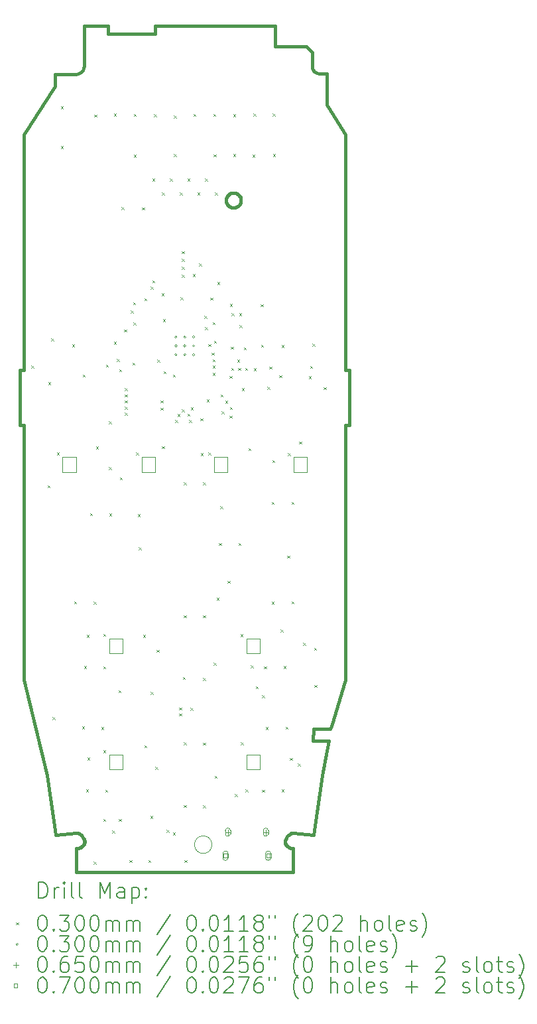
<source format=gbr>
%TF.GenerationSoftware,KiCad,Pcbnew,8.0.4*%
%TF.CreationDate,2024-10-07T04:48:46+11:00*%
%TF.ProjectId,nokia,6e6f6b69-612e-46b6-9963-61645f706362,rev?*%
%TF.SameCoordinates,Original*%
%TF.FileFunction,Drillmap*%
%TF.FilePolarity,Positive*%
%FSLAX45Y45*%
G04 Gerber Fmt 4.5, Leading zero omitted, Abs format (unit mm)*
G04 Created by KiCad (PCBNEW 8.0.4) date 2024-10-07 04:48:46*
%MOMM*%
%LPD*%
G01*
G04 APERTURE LIST*
%ADD10C,0.050000*%
%ADD11C,0.399999*%
%ADD12C,0.200000*%
%ADD13C,0.100000*%
G04 APERTURE END LIST*
D10*
X3290000Y-11240000D02*
X3460000Y-11240000D01*
X3460000Y-11430000D01*
X3290000Y-11430000D01*
X3290000Y-11240000D01*
X4597304Y-12387500D02*
G75*
G02*
X4374316Y-12387500I-111494J0D01*
G01*
X4374316Y-12387500D02*
G75*
G02*
X4597304Y-12387500I111494J0D01*
G01*
X3290000Y-9755000D02*
X3460000Y-9755000D01*
X3460000Y-9945000D01*
X3290000Y-9945000D01*
X3290000Y-9755000D01*
X4627500Y-7440000D02*
X4797500Y-7440000D01*
X4797500Y-7630000D01*
X4627500Y-7630000D01*
X4627500Y-7440000D01*
X5040000Y-9755000D02*
X5210000Y-9755000D01*
X5210000Y-9945000D01*
X5040000Y-9945000D01*
X5040000Y-9755000D01*
X5040000Y-11240000D02*
X5210000Y-11240000D01*
X5210000Y-11430000D01*
X5040000Y-11430000D01*
X5040000Y-11240000D01*
D11*
X3271000Y-2036141D02*
X3871000Y-2036141D01*
X3871000Y-1936141D01*
X5400000Y-1936141D01*
X5400000Y-2200000D01*
X5590000Y-2200000D01*
X5804360Y-2200000D01*
X5874359Y-2270000D01*
X5874356Y-2450000D01*
X5880000Y-2475000D01*
X5890000Y-2495000D01*
X5905000Y-2515000D01*
X5920000Y-2530000D01*
X5940000Y-2540000D01*
X5960000Y-2545000D01*
X5975000Y-2545000D01*
X5995000Y-2545000D01*
X6066340Y-2545000D01*
X6066340Y-2942276D01*
X6277353Y-3281646D01*
X6303610Y-3323876D01*
X6303610Y-6330000D01*
X6353610Y-6330000D01*
X6353610Y-7030000D01*
X6303610Y-7030000D01*
X6303610Y-10280077D01*
X6123633Y-10879577D01*
X6110000Y-10909577D01*
X5894104Y-10909577D01*
X5890000Y-11060000D01*
X6090000Y-11060000D01*
X6068636Y-11189738D01*
X6009206Y-11498709D01*
X5895912Y-12266175D01*
X5635947Y-12236176D01*
X5631515Y-12236372D01*
X5627030Y-12236951D01*
X5622505Y-12237895D01*
X5617953Y-12239190D01*
X5613387Y-12240818D01*
X5608819Y-12242763D01*
X5604261Y-12245009D01*
X5599727Y-12247539D01*
X5595229Y-12250337D01*
X5590780Y-12253387D01*
X5582079Y-12260178D01*
X5573725Y-12267779D01*
X5565821Y-12276062D01*
X5558466Y-12284895D01*
X5551763Y-12294147D01*
X5545813Y-12303689D01*
X5540718Y-12313389D01*
X5536579Y-12323117D01*
X5534899Y-12327951D01*
X5533497Y-12332743D01*
X5532384Y-12337476D01*
X5531573Y-12342135D01*
X5531078Y-12346703D01*
X5530910Y-12351164D01*
X5531080Y-12355537D01*
X5531578Y-12359852D01*
X5532391Y-12364104D01*
X5533506Y-12368289D01*
X5534910Y-12372399D01*
X5536591Y-12376431D01*
X5538536Y-12380379D01*
X5540733Y-12384238D01*
X5543168Y-12388001D01*
X5545830Y-12391665D01*
X5548705Y-12395222D01*
X5551781Y-12398669D01*
X5558484Y-12405210D01*
X5565839Y-12411242D01*
X5573743Y-12416725D01*
X5582095Y-12421615D01*
X5590795Y-12425870D01*
X5599739Y-12429447D01*
X5608828Y-12432303D01*
X5617960Y-12434396D01*
X5627033Y-12435682D01*
X5631516Y-12436010D01*
X5635947Y-12436120D01*
X5635947Y-12736153D01*
X4565934Y-12736153D01*
X4365947Y-12736153D01*
X2865935Y-12736153D01*
X2865935Y-12436120D01*
X2870365Y-12436010D01*
X2874848Y-12435682D01*
X2879370Y-12435143D01*
X2883919Y-12434396D01*
X2888482Y-12433448D01*
X2893048Y-12432303D01*
X2897602Y-12430968D01*
X2902133Y-12429447D01*
X2906627Y-12427746D01*
X2911073Y-12425871D01*
X2915457Y-12423825D01*
X2919767Y-12421616D01*
X2923990Y-12419247D01*
X2928114Y-12416726D01*
X2932125Y-12414056D01*
X2936012Y-12411243D01*
X2939762Y-12408292D01*
X2943361Y-12405210D01*
X2946798Y-12402000D01*
X2950059Y-12398670D01*
X2953132Y-12395223D01*
X2956005Y-12391665D01*
X2958664Y-12388001D01*
X2961097Y-12384238D01*
X2963292Y-12380379D01*
X2965235Y-12376432D01*
X2966914Y-12372400D01*
X2968317Y-12368289D01*
X2969431Y-12364104D01*
X2970243Y-12359852D01*
X2970740Y-12355537D01*
X2970910Y-12351164D01*
X2970743Y-12346703D01*
X2970248Y-12342135D01*
X2969438Y-12337476D01*
X2968326Y-12332743D01*
X2966925Y-12327951D01*
X2965247Y-12323117D01*
X2963305Y-12318258D01*
X2961112Y-12313389D01*
X2958680Y-12308527D01*
X2956021Y-12303689D01*
X2950077Y-12294147D01*
X2943379Y-12284895D01*
X2936030Y-12276062D01*
X2928131Y-12267779D01*
X2919783Y-12260178D01*
X2915473Y-12256673D01*
X2911088Y-12253387D01*
X2906641Y-12250337D01*
X2902145Y-12247539D01*
X2897613Y-12245009D01*
X2893057Y-12242763D01*
X2888491Y-12240818D01*
X2883926Y-12239190D01*
X2879375Y-12237895D01*
X2874851Y-12236951D01*
X2870367Y-12236372D01*
X2865935Y-12236176D01*
X2605810Y-12266175D01*
X2492676Y-11498709D01*
X2193810Y-10280027D01*
X2193810Y-7030000D01*
X2143810Y-7030000D01*
X2143810Y-6330000D01*
X2193810Y-6330000D01*
X2193810Y-3323885D01*
X2594632Y-2702990D01*
X2594632Y-2550076D01*
X2860000Y-2550076D01*
X2890000Y-2545000D01*
X2925000Y-2530000D01*
X2945000Y-2505000D01*
X2955000Y-2480000D01*
X2962010Y-2440000D01*
X2962010Y-1936141D01*
X3271000Y-1936141D01*
X3271000Y-2036141D01*
D10*
X2690000Y-7440000D02*
X2860000Y-7440000D01*
X2860000Y-7630000D01*
X2690000Y-7630000D01*
X2690000Y-7440000D01*
X3705000Y-7440000D02*
X3875000Y-7440000D01*
X3875000Y-7630000D01*
X3705000Y-7630000D01*
X3705000Y-7440000D01*
X5642500Y-7440000D02*
X5812500Y-7440000D01*
X5812500Y-7630000D01*
X5642500Y-7630000D01*
X5642500Y-7440000D01*
D11*
X4877229Y-4065486D02*
X4882052Y-4065854D01*
X4886805Y-4066458D01*
X4891482Y-4067294D01*
X4896077Y-4068355D01*
X4900583Y-4069636D01*
X4904996Y-4071129D01*
X4909309Y-4072831D01*
X4913516Y-4074733D01*
X4917611Y-4076831D01*
X4921588Y-4079118D01*
X4925442Y-4081588D01*
X4929165Y-4084237D01*
X4932753Y-4087056D01*
X4936199Y-4090041D01*
X4939498Y-4093186D01*
X4942643Y-4096485D01*
X4945628Y-4099931D01*
X4948448Y-4103519D01*
X4951096Y-4107242D01*
X4953566Y-4111096D01*
X4955854Y-4115073D01*
X4957951Y-4119168D01*
X4959854Y-4123375D01*
X4961555Y-4127688D01*
X4963048Y-4132101D01*
X4964329Y-4136608D01*
X4965390Y-4141202D01*
X4966226Y-4145879D01*
X4966831Y-4150632D01*
X4967198Y-4155456D01*
X4967323Y-4160343D01*
X4967208Y-4165054D01*
X4966861Y-4169734D01*
X4966286Y-4174373D01*
X4965487Y-4178966D01*
X4964465Y-4183502D01*
X4963225Y-4187976D01*
X4961770Y-4192379D01*
X4960102Y-4196704D01*
X4958226Y-4200942D01*
X4956144Y-4205085D01*
X4953860Y-4209127D01*
X4951377Y-4213059D01*
X4948697Y-4216873D01*
X4945825Y-4220562D01*
X4942764Y-4224118D01*
X4939516Y-4227533D01*
X4936103Y-4230782D01*
X4932549Y-4233846D01*
X4928861Y-4236720D01*
X4925049Y-4239401D01*
X4921118Y-4241887D01*
X4917078Y-4244173D01*
X4912935Y-4246257D01*
X4908698Y-4248136D01*
X4904375Y-4249806D01*
X4899972Y-4251263D01*
X4895499Y-4252506D01*
X4890963Y-4253530D01*
X4886371Y-4254332D01*
X4881732Y-4254909D01*
X4877052Y-4255258D01*
X4872341Y-4255376D01*
X4867628Y-4255261D01*
X4862947Y-4254914D01*
X4858306Y-4254339D01*
X4853712Y-4253538D01*
X4849174Y-4252516D01*
X4844699Y-4251275D01*
X4840294Y-4249819D01*
X4835969Y-4248151D01*
X4831730Y-4246273D01*
X4827585Y-4244190D01*
X4823542Y-4241904D01*
X4819609Y-4239419D01*
X4815794Y-4236738D01*
X4812105Y-4233864D01*
X4808549Y-4230801D01*
X4805133Y-4227551D01*
X4801884Y-4224136D01*
X4798820Y-4220580D01*
X4795946Y-4216890D01*
X4793265Y-4213075D01*
X4790780Y-4209142D01*
X4788494Y-4205099D01*
X4786411Y-4200955D01*
X4784534Y-4196716D01*
X4782865Y-4192390D01*
X4781409Y-4187985D01*
X4780168Y-4183510D01*
X4779146Y-4178972D01*
X4778346Y-4174378D01*
X4777771Y-4169737D01*
X4777424Y-4165056D01*
X4777309Y-4160343D01*
X4777425Y-4155635D01*
X4777773Y-4150959D01*
X4778350Y-4146322D01*
X4779151Y-4141732D01*
X4780174Y-4137197D01*
X4781416Y-4132725D01*
X4782873Y-4128324D01*
X4784541Y-4124001D01*
X4786419Y-4119765D01*
X4788502Y-4115622D01*
X4790788Y-4111582D01*
X4793273Y-4107651D01*
X4795953Y-4103838D01*
X4798827Y-4100150D01*
X4801889Y-4096595D01*
X4805138Y-4093181D01*
X4808553Y-4089933D01*
X4812108Y-4086871D01*
X4815796Y-4083998D01*
X4819610Y-4081318D01*
X4823541Y-4078834D01*
X4827583Y-4076548D01*
X4831726Y-4074466D01*
X4835963Y-4072589D01*
X4840288Y-4070921D01*
X4844690Y-4069464D01*
X4849164Y-4068224D01*
X4853701Y-4067201D01*
X4858293Y-4066401D01*
X4862932Y-4065825D01*
X4867612Y-4065478D01*
X4872323Y-4065361D01*
X4872341Y-4065361D01*
X4877229Y-4065486D01*
D12*
D13*
X2291810Y-6273479D02*
X2321810Y-6303479D01*
X2321810Y-6273479D02*
X2291810Y-6303479D01*
X2497500Y-7800000D02*
X2527500Y-7830000D01*
X2527500Y-7800000D02*
X2497500Y-7830000D01*
X2507500Y-6482500D02*
X2537500Y-6512500D01*
X2537500Y-6482500D02*
X2507500Y-6512500D01*
X2545000Y-5925000D02*
X2575000Y-5955000D01*
X2575000Y-5925000D02*
X2545000Y-5955000D01*
X2560000Y-10760000D02*
X2590000Y-10790000D01*
X2590000Y-10760000D02*
X2560000Y-10790000D01*
X2617500Y-7380000D02*
X2647500Y-7410000D01*
X2647500Y-7380000D02*
X2617500Y-7410000D01*
X2667500Y-2960000D02*
X2697500Y-2990000D01*
X2697500Y-2960000D02*
X2667500Y-2990000D01*
X2667500Y-3467500D02*
X2697500Y-3497500D01*
X2697500Y-3467500D02*
X2667500Y-3497500D01*
X2812500Y-6000000D02*
X2842500Y-6030000D01*
X2842500Y-6000000D02*
X2812500Y-6030000D01*
X2837000Y-9282500D02*
X2867000Y-9312500D01*
X2867000Y-9282500D02*
X2837000Y-9312500D01*
X2937000Y-10877738D02*
X2967000Y-10907738D01*
X2967000Y-10877738D02*
X2937000Y-10907738D01*
X2945000Y-6385000D02*
X2975000Y-6415000D01*
X2975000Y-6385000D02*
X2945000Y-6415000D01*
X2962000Y-10107500D02*
X2992000Y-10137500D01*
X2992000Y-10107500D02*
X2962000Y-10137500D01*
X2987000Y-11682500D02*
X3017000Y-11712500D01*
X3017000Y-11682500D02*
X2987000Y-11712500D01*
X2997500Y-9707500D02*
X3027500Y-9737500D01*
X3027500Y-9707500D02*
X2997500Y-9737500D01*
X3007500Y-11277500D02*
X3037500Y-11307500D01*
X3037500Y-11277500D02*
X3007500Y-11307500D01*
X3040000Y-8155000D02*
X3070000Y-8185000D01*
X3070000Y-8155000D02*
X3040000Y-8185000D01*
X3085000Y-9285000D02*
X3115000Y-9315000D01*
X3115000Y-9285000D02*
X3085000Y-9315000D01*
X3085000Y-12605000D02*
X3115000Y-12635000D01*
X3115000Y-12605000D02*
X3085000Y-12635000D01*
X3092500Y-3067500D02*
X3122500Y-3097500D01*
X3122500Y-3067500D02*
X3092500Y-3097500D01*
X3117500Y-7302500D02*
X3147500Y-7332500D01*
X3147500Y-7302500D02*
X3117500Y-7332500D01*
X3185000Y-10885000D02*
X3215000Y-10915000D01*
X3215000Y-10885000D02*
X3185000Y-10915000D01*
X3210000Y-9697500D02*
X3240000Y-9727500D01*
X3240000Y-9697500D02*
X3210000Y-9727500D01*
X3210000Y-10110000D02*
X3240000Y-10140000D01*
X3240000Y-10110000D02*
X3210000Y-10140000D01*
X3210000Y-11182500D02*
X3240000Y-11212500D01*
X3240000Y-11182500D02*
X3210000Y-11212500D01*
X3210000Y-12060000D02*
X3240000Y-12090000D01*
X3240000Y-12060000D02*
X3210000Y-12090000D01*
X3235000Y-11685000D02*
X3265000Y-11715000D01*
X3265000Y-11685000D02*
X3235000Y-11715000D01*
X3242500Y-6257500D02*
X3272500Y-6287500D01*
X3272500Y-6257500D02*
X3242500Y-6287500D01*
X3280000Y-6985000D02*
X3310000Y-7015000D01*
X3310000Y-6985000D02*
X3280000Y-7015000D01*
X3280000Y-7567500D02*
X3310000Y-7597500D01*
X3310000Y-7567500D02*
X3280000Y-7597500D01*
X3285000Y-8160000D02*
X3315000Y-8190000D01*
X3315000Y-8160000D02*
X3285000Y-8190000D01*
X3325000Y-12205000D02*
X3355000Y-12235000D01*
X3355000Y-12205000D02*
X3325000Y-12235000D01*
X3342500Y-3052500D02*
X3372500Y-3082500D01*
X3372500Y-3052500D02*
X3342500Y-3082500D01*
X3345000Y-5965000D02*
X3375000Y-5995000D01*
X3375000Y-5965000D02*
X3345000Y-5995000D01*
X3383235Y-6186000D02*
X3413235Y-6216000D01*
X3413235Y-6186000D02*
X3383235Y-6216000D01*
X3402500Y-10415000D02*
X3432500Y-10445000D01*
X3432500Y-10415000D02*
X3402500Y-10445000D01*
X3410000Y-12060000D02*
X3440000Y-12090000D01*
X3440000Y-12060000D02*
X3410000Y-12090000D01*
X3412500Y-6317500D02*
X3442500Y-6347500D01*
X3442500Y-6317500D02*
X3412500Y-6347500D01*
X3422500Y-7700000D02*
X3452500Y-7730000D01*
X3452500Y-7700000D02*
X3422500Y-7730000D01*
X3440000Y-4250000D02*
X3470000Y-4280000D01*
X3470000Y-4250000D02*
X3440000Y-4280000D01*
X3477500Y-5809500D02*
X3507500Y-5839500D01*
X3507500Y-5809500D02*
X3477500Y-5839500D01*
X3485000Y-6560000D02*
X3515000Y-6590000D01*
X3515000Y-6560000D02*
X3485000Y-6590000D01*
X3485244Y-6638245D02*
X3515244Y-6668245D01*
X3515244Y-6638245D02*
X3485244Y-6668245D01*
X3485254Y-6873702D02*
X3515254Y-6903702D01*
X3515254Y-6873702D02*
X3485254Y-6903702D01*
X3485285Y-6716692D02*
X3515285Y-6746692D01*
X3515285Y-6716692D02*
X3485285Y-6746692D01*
X3485367Y-6795100D02*
X3515367Y-6825100D01*
X3515367Y-6795100D02*
X3485367Y-6825100D01*
X3545000Y-12585000D02*
X3575000Y-12615000D01*
X3575000Y-12585000D02*
X3545000Y-12615000D01*
X3562500Y-5567500D02*
X3592500Y-5597500D01*
X3592500Y-5567500D02*
X3562500Y-5597500D01*
X3582500Y-6235000D02*
X3612500Y-6265000D01*
X3612500Y-6235000D02*
X3582500Y-6265000D01*
X3590000Y-5465000D02*
X3620000Y-5495000D01*
X3620000Y-5465000D02*
X3590000Y-5495000D01*
X3595000Y-5722500D02*
X3625000Y-5752500D01*
X3625000Y-5722500D02*
X3595000Y-5752500D01*
X3597500Y-3057500D02*
X3627500Y-3087500D01*
X3627500Y-3057500D02*
X3597500Y-3087500D01*
X3600000Y-3577500D02*
X3630000Y-3607500D01*
X3630000Y-3577500D02*
X3600000Y-3607500D01*
X3627500Y-7382500D02*
X3657500Y-7412500D01*
X3657500Y-7382500D02*
X3627500Y-7412500D01*
X3650000Y-8170000D02*
X3680000Y-8200000D01*
X3680000Y-8170000D02*
X3650000Y-8200000D01*
X3660000Y-8590000D02*
X3690000Y-8620000D01*
X3690000Y-8590000D02*
X3660000Y-8620000D01*
X3705000Y-4252500D02*
X3735000Y-4282500D01*
X3735000Y-4252500D02*
X3705000Y-4282500D01*
X3717500Y-9707500D02*
X3747500Y-9737500D01*
X3747500Y-9707500D02*
X3717500Y-9737500D01*
X3732500Y-11120000D02*
X3762500Y-11150000D01*
X3762500Y-11120000D02*
X3732500Y-11150000D01*
X3735000Y-5412500D02*
X3765000Y-5442500D01*
X3765000Y-5412500D02*
X3735000Y-5442500D01*
X3785000Y-12585000D02*
X3815000Y-12615000D01*
X3815000Y-12585000D02*
X3785000Y-12615000D01*
X3810000Y-12022500D02*
X3840000Y-12052500D01*
X3840000Y-12022500D02*
X3810000Y-12052500D01*
X3815000Y-10435000D02*
X3845000Y-10465000D01*
X3845000Y-10435000D02*
X3815000Y-10465000D01*
X3816286Y-5262714D02*
X3846286Y-5292714D01*
X3846286Y-5262714D02*
X3816286Y-5292714D01*
X3835000Y-3885000D02*
X3865000Y-3915000D01*
X3865000Y-3885000D02*
X3835000Y-3915000D01*
X3835000Y-5185000D02*
X3865000Y-5215000D01*
X3865000Y-5185000D02*
X3835000Y-5215000D01*
X3855000Y-3065000D02*
X3885000Y-3095000D01*
X3885000Y-3065000D02*
X3855000Y-3095000D01*
X3872500Y-11392500D02*
X3902500Y-11422500D01*
X3902500Y-11392500D02*
X3872500Y-11422500D01*
X3890000Y-9900000D02*
X3920000Y-9930000D01*
X3920000Y-9900000D02*
X3890000Y-9930000D01*
X3897500Y-6197500D02*
X3927500Y-6227500D01*
X3927500Y-6197500D02*
X3897500Y-6227500D01*
X3940000Y-6715000D02*
X3970000Y-6745000D01*
X3970000Y-6715000D02*
X3940000Y-6745000D01*
X3940000Y-6807500D02*
X3970000Y-6837500D01*
X3970000Y-6807500D02*
X3940000Y-6837500D01*
X3955000Y-5350000D02*
X3985000Y-5380000D01*
X3985000Y-5350000D02*
X3955000Y-5380000D01*
X3960000Y-4060000D02*
X3990000Y-4090000D01*
X3990000Y-4060000D02*
X3960000Y-4090000D01*
X3960000Y-7300000D02*
X3990000Y-7330000D01*
X3990000Y-7300000D02*
X3960000Y-7330000D01*
X3970000Y-5680000D02*
X4000000Y-5710000D01*
X4000000Y-5680000D02*
X3970000Y-5710000D01*
X3977500Y-6345000D02*
X4007500Y-6375000D01*
X4007500Y-6345000D02*
X3977500Y-6375000D01*
X4016250Y-12196250D02*
X4046250Y-12226250D01*
X4046250Y-12196250D02*
X4016250Y-12226250D01*
X4060000Y-3885000D02*
X4090000Y-3915000D01*
X4090000Y-3885000D02*
X4060000Y-3915000D01*
X4097500Y-6387500D02*
X4127500Y-6417500D01*
X4127500Y-6387500D02*
X4097500Y-6417500D01*
X4098874Y-12230033D02*
X4128874Y-12260033D01*
X4128874Y-12230033D02*
X4098874Y-12260033D01*
X4112500Y-3080000D02*
X4142500Y-3110000D01*
X4142500Y-3080000D02*
X4112500Y-3110000D01*
X4112500Y-3572500D02*
X4142500Y-3602500D01*
X4142500Y-3572500D02*
X4112500Y-3602500D01*
X4126150Y-6965653D02*
X4156150Y-6995653D01*
X4156150Y-6965653D02*
X4126150Y-6995653D01*
X4159150Y-6887665D02*
X4189150Y-6917665D01*
X4189150Y-6887665D02*
X4159150Y-6917665D01*
X4179301Y-10713073D02*
X4209301Y-10743073D01*
X4209301Y-10713073D02*
X4179301Y-10743073D01*
X4179500Y-10635000D02*
X4209500Y-10665000D01*
X4209500Y-10635000D02*
X4179500Y-10665000D01*
X4185000Y-4060000D02*
X4215000Y-4090000D01*
X4215000Y-4060000D02*
X4185000Y-4090000D01*
X4197500Y-5400000D02*
X4227500Y-5430000D01*
X4227500Y-5400000D02*
X4197500Y-5430000D01*
X4210000Y-4810000D02*
X4240000Y-4840000D01*
X4240000Y-4810000D02*
X4210000Y-4840000D01*
X4210000Y-4910000D02*
X4240000Y-4940000D01*
X4240000Y-4910000D02*
X4210000Y-4940000D01*
X4210000Y-5010000D02*
X4240000Y-5040000D01*
X4240000Y-5010000D02*
X4210000Y-5040000D01*
X4210000Y-5110000D02*
X4240000Y-5140000D01*
X4240000Y-5110000D02*
X4210000Y-5140000D01*
X4212707Y-6830958D02*
X4242707Y-6860958D01*
X4242707Y-6830958D02*
X4212707Y-6860958D01*
X4225000Y-10247500D02*
X4255000Y-10277500D01*
X4255000Y-10247500D02*
X4225000Y-10277500D01*
X4237000Y-7760000D02*
X4267000Y-7790000D01*
X4267000Y-7760000D02*
X4237000Y-7790000D01*
X4237000Y-9457500D02*
X4267000Y-9487500D01*
X4267000Y-9457500D02*
X4237000Y-9487500D01*
X4237000Y-11082500D02*
X4267000Y-11112500D01*
X4267000Y-11082500D02*
X4237000Y-11112500D01*
X4237000Y-11882500D02*
X4267000Y-11912500D01*
X4267000Y-11882500D02*
X4237000Y-11912500D01*
X4245000Y-12585000D02*
X4275000Y-12615000D01*
X4275000Y-12585000D02*
X4245000Y-12615000D01*
X4285000Y-3885000D02*
X4315000Y-3915000D01*
X4315000Y-3885000D02*
X4285000Y-3915000D01*
X4285000Y-6885000D02*
X4315000Y-6915000D01*
X4315000Y-6885000D02*
X4285000Y-6915000D01*
X4305000Y-6965000D02*
X4335000Y-6995000D01*
X4335000Y-6965000D02*
X4305000Y-6995000D01*
X4323500Y-10640000D02*
X4353500Y-10670000D01*
X4353500Y-10640000D02*
X4323500Y-10670000D01*
X4325000Y-6805000D02*
X4355000Y-6835000D01*
X4355000Y-6805000D02*
X4325000Y-6835000D01*
X4352500Y-5102500D02*
X4382500Y-5132500D01*
X4382500Y-5102500D02*
X4352500Y-5132500D01*
X4360000Y-3057500D02*
X4390000Y-3087500D01*
X4390000Y-3057500D02*
X4360000Y-3087500D01*
X4410000Y-4060000D02*
X4440000Y-4090000D01*
X4440000Y-4060000D02*
X4410000Y-4090000D01*
X4431139Y-4967350D02*
X4461139Y-4997350D01*
X4461139Y-4967350D02*
X4431139Y-4997350D01*
X4447476Y-6945000D02*
X4477476Y-6975000D01*
X4477476Y-6945000D02*
X4447476Y-6975000D01*
X4452500Y-7387500D02*
X4482500Y-7417500D01*
X4482500Y-7387500D02*
X4452500Y-7417500D01*
X4485000Y-7760000D02*
X4515000Y-7790000D01*
X4515000Y-7760000D02*
X4485000Y-7790000D01*
X4485000Y-9460000D02*
X4515000Y-9490000D01*
X4515000Y-9460000D02*
X4485000Y-9490000D01*
X4485000Y-10260000D02*
X4515000Y-10290000D01*
X4515000Y-10260000D02*
X4485000Y-10290000D01*
X4485000Y-11085000D02*
X4515000Y-11115000D01*
X4515000Y-11085000D02*
X4485000Y-11115000D01*
X4485000Y-11885000D02*
X4515000Y-11915000D01*
X4515000Y-11885000D02*
X4485000Y-11915000D01*
X4500000Y-5637500D02*
X4530000Y-5667500D01*
X4530000Y-5637500D02*
X4500000Y-5667500D01*
X4510000Y-3885000D02*
X4540000Y-3915000D01*
X4540000Y-3885000D02*
X4510000Y-3915000D01*
X4510000Y-5782500D02*
X4540000Y-5812500D01*
X4540000Y-5782500D02*
X4510000Y-5812500D01*
X4530000Y-6702500D02*
X4560000Y-6732500D01*
X4560000Y-6702500D02*
X4530000Y-6732500D01*
X4552500Y-5997500D02*
X4582500Y-6027500D01*
X4582500Y-5997500D02*
X4552500Y-6027500D01*
X4552500Y-7382500D02*
X4582500Y-7412500D01*
X4582500Y-7382500D02*
X4552500Y-7412500D01*
X4577500Y-5405000D02*
X4607500Y-5435000D01*
X4607500Y-5405000D02*
X4577500Y-5435000D01*
X4595000Y-6105000D02*
X4625000Y-6135000D01*
X4625000Y-6105000D02*
X4595000Y-6135000D01*
X4604985Y-6192040D02*
X4634985Y-6222040D01*
X4634985Y-6192040D02*
X4604985Y-6222040D01*
X4605000Y-5717500D02*
X4635000Y-5747500D01*
X4635000Y-5717500D02*
X4605000Y-5747500D01*
X4605000Y-6365000D02*
X4635000Y-6395000D01*
X4635000Y-6365000D02*
X4605000Y-6395000D01*
X4607500Y-6270000D02*
X4637500Y-6300000D01*
X4637500Y-6270000D02*
X4607500Y-6300000D01*
X4615000Y-3057500D02*
X4645000Y-3087500D01*
X4645000Y-3057500D02*
X4615000Y-3087500D01*
X4617500Y-3575000D02*
X4647500Y-3605000D01*
X4647500Y-3575000D02*
X4617500Y-3605000D01*
X4620000Y-10065000D02*
X4650000Y-10095000D01*
X4650000Y-10065000D02*
X4620000Y-10095000D01*
X4622500Y-5952500D02*
X4652500Y-5982500D01*
X4652500Y-5952500D02*
X4622500Y-5982500D01*
X4630000Y-11507500D02*
X4660000Y-11537500D01*
X4660000Y-11507500D02*
X4630000Y-11537500D01*
X4635000Y-4060000D02*
X4665000Y-4090000D01*
X4665000Y-4060000D02*
X4635000Y-4090000D01*
X4655000Y-9235000D02*
X4685000Y-9265000D01*
X4685000Y-9235000D02*
X4655000Y-9265000D01*
X4665000Y-5205000D02*
X4695000Y-5235000D01*
X4695000Y-5205000D02*
X4665000Y-5235000D01*
X4685000Y-8535000D02*
X4715000Y-8565000D01*
X4715000Y-8535000D02*
X4685000Y-8565000D01*
X4702500Y-8067500D02*
X4732500Y-8097500D01*
X4732500Y-8067500D02*
X4702500Y-8097500D01*
X4707410Y-6638583D02*
X4737410Y-6668583D01*
X4737410Y-6638583D02*
X4707410Y-6668583D01*
X4722500Y-6854000D02*
X4752500Y-6884000D01*
X4752500Y-6854000D02*
X4722500Y-6884000D01*
X4765000Y-6719237D02*
X4795000Y-6749237D01*
X4795000Y-6719237D02*
X4765000Y-6749237D01*
X4797500Y-9017500D02*
X4827500Y-9047500D01*
X4827500Y-9017500D02*
X4797500Y-9047500D01*
X4822500Y-6909500D02*
X4852500Y-6939500D01*
X4852500Y-6909500D02*
X4822500Y-6939500D01*
X4823512Y-6403988D02*
X4853512Y-6433988D01*
X4853512Y-6403988D02*
X4823512Y-6433988D01*
X4825000Y-5485000D02*
X4855000Y-5515000D01*
X4855000Y-5485000D02*
X4825000Y-5515000D01*
X4825000Y-6800727D02*
X4855000Y-6830727D01*
X4855000Y-6800727D02*
X4825000Y-6830727D01*
X4837000Y-6030000D02*
X4867000Y-6060000D01*
X4867000Y-6030000D02*
X4837000Y-6060000D01*
X4843892Y-6303110D02*
X4873892Y-6333110D01*
X4873892Y-6303110D02*
X4843892Y-6333110D01*
X4845000Y-5605000D02*
X4875000Y-5635000D01*
X4875000Y-5605000D02*
X4845000Y-5635000D01*
X4870000Y-3062500D02*
X4900000Y-3092500D01*
X4900000Y-3062500D02*
X4870000Y-3092500D01*
X4870000Y-3572500D02*
X4900000Y-3602500D01*
X4900000Y-3572500D02*
X4870000Y-3602500D01*
X4887846Y-11742154D02*
X4917846Y-11772154D01*
X4917846Y-11742154D02*
X4887846Y-11772154D01*
X4917500Y-6195000D02*
X4947500Y-6225000D01*
X4947500Y-6195000D02*
X4917500Y-6225000D01*
X4930000Y-6300000D02*
X4960000Y-6330000D01*
X4960000Y-6300000D02*
X4930000Y-6330000D01*
X4935000Y-8535000D02*
X4965000Y-8565000D01*
X4965000Y-8535000D02*
X4935000Y-8565000D01*
X4945000Y-5605000D02*
X4975000Y-5635000D01*
X4975000Y-5605000D02*
X4945000Y-5635000D01*
X4947500Y-5755000D02*
X4977500Y-5785000D01*
X4977500Y-5755000D02*
X4947500Y-5785000D01*
X4960000Y-9700000D02*
X4990000Y-9730000D01*
X4990000Y-9700000D02*
X4960000Y-9730000D01*
X4967500Y-11082500D02*
X4997500Y-11112500D01*
X4997500Y-11082500D02*
X4967500Y-11112500D01*
X4979500Y-6560000D02*
X5009500Y-6590000D01*
X5009500Y-6560000D02*
X4979500Y-6590000D01*
X5005000Y-6037500D02*
X5035000Y-6067500D01*
X5035000Y-6037500D02*
X5005000Y-6067500D01*
X5022500Y-6302500D02*
X5052500Y-6332500D01*
X5052500Y-6302500D02*
X5022500Y-6332500D01*
X5025000Y-11682500D02*
X5055000Y-11712500D01*
X5055000Y-11682500D02*
X5025000Y-11712500D01*
X5062500Y-7327500D02*
X5092500Y-7357500D01*
X5092500Y-7327500D02*
X5062500Y-7357500D01*
X5092500Y-10097500D02*
X5122500Y-10127500D01*
X5122500Y-10097500D02*
X5092500Y-10127500D01*
X5115000Y-3577500D02*
X5145000Y-3607500D01*
X5145000Y-3577500D02*
X5115000Y-3607500D01*
X5125000Y-3055000D02*
X5155000Y-3085000D01*
X5155000Y-3055000D02*
X5125000Y-3085000D01*
X5130000Y-6305000D02*
X5160000Y-6335000D01*
X5160000Y-6305000D02*
X5130000Y-6335000D01*
X5157500Y-10365000D02*
X5187500Y-10395000D01*
X5187500Y-10365000D02*
X5157500Y-10395000D01*
X5217500Y-5487500D02*
X5247500Y-5517500D01*
X5247500Y-5487500D02*
X5217500Y-5517500D01*
X5222500Y-6005000D02*
X5252500Y-6035000D01*
X5252500Y-6005000D02*
X5222500Y-6035000D01*
X5235000Y-11685000D02*
X5265000Y-11715000D01*
X5265000Y-11685000D02*
X5235000Y-11715000D01*
X5237500Y-10477500D02*
X5267500Y-10507500D01*
X5267500Y-10477500D02*
X5237500Y-10507500D01*
X5260000Y-10110000D02*
X5290000Y-10140000D01*
X5290000Y-10110000D02*
X5260000Y-10140000D01*
X5285000Y-10885000D02*
X5315000Y-10915000D01*
X5315000Y-10885000D02*
X5285000Y-10915000D01*
X5302500Y-6542500D02*
X5332500Y-6572500D01*
X5332500Y-6542500D02*
X5302500Y-6572500D01*
X5330000Y-6285000D02*
X5360000Y-6315000D01*
X5360000Y-6285000D02*
X5330000Y-6315000D01*
X5360000Y-8010000D02*
X5390000Y-8040000D01*
X5390000Y-8010000D02*
X5360000Y-8040000D01*
X5360000Y-9285000D02*
X5390000Y-9315000D01*
X5390000Y-9285000D02*
X5360000Y-9315000D01*
X5367500Y-7477500D02*
X5397500Y-7507500D01*
X5397500Y-7477500D02*
X5367500Y-7507500D01*
X5372500Y-3055000D02*
X5402500Y-3085000D01*
X5402500Y-3055000D02*
X5372500Y-3085000D01*
X5377500Y-3572500D02*
X5407500Y-3602500D01*
X5407500Y-3572500D02*
X5377500Y-3602500D01*
X5455000Y-6395000D02*
X5485000Y-6425000D01*
X5485000Y-6395000D02*
X5455000Y-6425000D01*
X5472500Y-9640000D02*
X5502500Y-9670000D01*
X5502500Y-9640000D02*
X5472500Y-9670000D01*
X5487000Y-11682500D02*
X5517000Y-11712500D01*
X5517000Y-11682500D02*
X5487000Y-11712500D01*
X5487500Y-6007500D02*
X5517500Y-6037500D01*
X5517500Y-6007500D02*
X5487500Y-6037500D01*
X5512000Y-10107500D02*
X5542000Y-10137500D01*
X5542000Y-10107500D02*
X5512000Y-10137500D01*
X5537000Y-10882500D02*
X5567000Y-10912500D01*
X5567000Y-10882500D02*
X5537000Y-10912500D01*
X5557500Y-8697500D02*
X5587500Y-8727500D01*
X5587500Y-8697500D02*
X5557500Y-8727500D01*
X5567500Y-7387500D02*
X5597500Y-7417500D01*
X5597500Y-7387500D02*
X5567500Y-7417500D01*
X5592500Y-11280000D02*
X5622500Y-11310000D01*
X5622500Y-11280000D02*
X5592500Y-11310000D01*
X5612000Y-8012500D02*
X5642000Y-8042500D01*
X5642000Y-8012500D02*
X5612000Y-8042500D01*
X5612000Y-9282500D02*
X5642000Y-9312500D01*
X5642000Y-9282500D02*
X5612000Y-9312500D01*
X5692500Y-11352500D02*
X5722500Y-11382500D01*
X5722500Y-11352500D02*
X5692500Y-11382500D01*
X5710000Y-7242500D02*
X5740000Y-7272500D01*
X5740000Y-7242500D02*
X5710000Y-7272500D01*
X5762500Y-9810000D02*
X5792500Y-9840000D01*
X5792500Y-9810000D02*
X5762500Y-9840000D01*
X5835000Y-6407500D02*
X5865000Y-6437500D01*
X5865000Y-6407500D02*
X5835000Y-6437500D01*
X5850000Y-6275000D02*
X5880000Y-6305000D01*
X5880000Y-6275000D02*
X5850000Y-6305000D01*
X5880000Y-5990000D02*
X5910000Y-6020000D01*
X5910000Y-5990000D02*
X5880000Y-6020000D01*
X5900000Y-9872500D02*
X5930000Y-9902500D01*
X5930000Y-9872500D02*
X5900000Y-9902500D01*
X5905000Y-10347500D02*
X5935000Y-10377500D01*
X5935000Y-10347500D02*
X5905000Y-10377500D01*
X6025000Y-6545000D02*
X6055000Y-6575000D01*
X6055000Y-6545000D02*
X6025000Y-6575000D01*
X4151317Y-5906667D02*
G75*
G02*
X4121317Y-5906667I-15000J0D01*
G01*
X4121317Y-5906667D02*
G75*
G02*
X4151317Y-5906667I15000J0D01*
G01*
X4151317Y-6020000D02*
G75*
G02*
X4121317Y-6020000I-15000J0D01*
G01*
X4121317Y-6020000D02*
G75*
G02*
X4151317Y-6020000I15000J0D01*
G01*
X4151317Y-6133333D02*
G75*
G02*
X4121317Y-6133333I-15000J0D01*
G01*
X4121317Y-6133333D02*
G75*
G02*
X4151317Y-6133333I15000J0D01*
G01*
X4264650Y-5906667D02*
G75*
G02*
X4234650Y-5906667I-15000J0D01*
G01*
X4234650Y-5906667D02*
G75*
G02*
X4264650Y-5906667I15000J0D01*
G01*
X4264650Y-6020000D02*
G75*
G02*
X4234650Y-6020000I-15000J0D01*
G01*
X4234650Y-6020000D02*
G75*
G02*
X4264650Y-6020000I15000J0D01*
G01*
X4264650Y-6133333D02*
G75*
G02*
X4234650Y-6133333I-15000J0D01*
G01*
X4234650Y-6133333D02*
G75*
G02*
X4264650Y-6133333I15000J0D01*
G01*
X4377983Y-5906667D02*
G75*
G02*
X4347983Y-5906667I-15000J0D01*
G01*
X4347983Y-5906667D02*
G75*
G02*
X4377983Y-5906667I15000J0D01*
G01*
X4377983Y-6020000D02*
G75*
G02*
X4347983Y-6020000I-15000J0D01*
G01*
X4347983Y-6020000D02*
G75*
G02*
X4377983Y-6020000I15000J0D01*
G01*
X4377983Y-6133333D02*
G75*
G02*
X4347983Y-6133333I-15000J0D01*
G01*
X4347983Y-6133333D02*
G75*
G02*
X4377983Y-6133333I15000J0D01*
G01*
X4800500Y-12195500D02*
X4800500Y-12260500D01*
X4768000Y-12228000D02*
X4833000Y-12228000D01*
X4833000Y-12248000D02*
X4833000Y-12208000D01*
X4768000Y-12208000D02*
G75*
G02*
X4833000Y-12208000I32500J0D01*
G01*
X4768000Y-12208000D02*
X4768000Y-12248000D01*
X4768000Y-12248000D02*
G75*
G03*
X4833000Y-12248000I32500J0D01*
G01*
X5284500Y-12195500D02*
X5284500Y-12260500D01*
X5252000Y-12228000D02*
X5317000Y-12228000D01*
X5317000Y-12248000D02*
X5317000Y-12208000D01*
X5252000Y-12208000D02*
G75*
G02*
X5317000Y-12208000I32500J0D01*
G01*
X5252000Y-12208000D02*
X5252000Y-12248000D01*
X5252000Y-12248000D02*
G75*
G03*
X5317000Y-12248000I32500J0D01*
G01*
X4794249Y-12552749D02*
X4794249Y-12503251D01*
X4744751Y-12503251D01*
X4744751Y-12552749D01*
X4794249Y-12552749D01*
X4804500Y-12553000D02*
X4804500Y-12503000D01*
X4734500Y-12503000D02*
G75*
G02*
X4804500Y-12503000I35000J0D01*
G01*
X4734500Y-12503000D02*
X4734500Y-12553000D01*
X4734500Y-12553000D02*
G75*
G03*
X4804500Y-12553000I35000J0D01*
G01*
X5340249Y-12552749D02*
X5340249Y-12503251D01*
X5290751Y-12503251D01*
X5290751Y-12552749D01*
X5340249Y-12552749D01*
X5350500Y-12553000D02*
X5350500Y-12503000D01*
X5280500Y-12503000D02*
G75*
G02*
X5350500Y-12503000I35000J0D01*
G01*
X5280500Y-12503000D02*
X5280500Y-12553000D01*
X5280500Y-12553000D02*
G75*
G03*
X5350500Y-12553000I35000J0D01*
G01*
D12*
X2384587Y-13067637D02*
X2384587Y-12867637D01*
X2384587Y-12867637D02*
X2432206Y-12867637D01*
X2432206Y-12867637D02*
X2460778Y-12877160D01*
X2460778Y-12877160D02*
X2479825Y-12896208D01*
X2479825Y-12896208D02*
X2489349Y-12915256D01*
X2489349Y-12915256D02*
X2498873Y-12953351D01*
X2498873Y-12953351D02*
X2498873Y-12981922D01*
X2498873Y-12981922D02*
X2489349Y-13020018D01*
X2489349Y-13020018D02*
X2479825Y-13039065D01*
X2479825Y-13039065D02*
X2460778Y-13058113D01*
X2460778Y-13058113D02*
X2432206Y-13067637D01*
X2432206Y-13067637D02*
X2384587Y-13067637D01*
X2584587Y-13067637D02*
X2584587Y-12934303D01*
X2584587Y-12972399D02*
X2594111Y-12953351D01*
X2594111Y-12953351D02*
X2603635Y-12943827D01*
X2603635Y-12943827D02*
X2622682Y-12934303D01*
X2622682Y-12934303D02*
X2641730Y-12934303D01*
X2708397Y-13067637D02*
X2708397Y-12934303D01*
X2708397Y-12867637D02*
X2698873Y-12877160D01*
X2698873Y-12877160D02*
X2708397Y-12886684D01*
X2708397Y-12886684D02*
X2717920Y-12877160D01*
X2717920Y-12877160D02*
X2708397Y-12867637D01*
X2708397Y-12867637D02*
X2708397Y-12886684D01*
X2832206Y-13067637D02*
X2813158Y-13058113D01*
X2813158Y-13058113D02*
X2803635Y-13039065D01*
X2803635Y-13039065D02*
X2803635Y-12867637D01*
X2936968Y-13067637D02*
X2917920Y-13058113D01*
X2917920Y-13058113D02*
X2908397Y-13039065D01*
X2908397Y-13039065D02*
X2908397Y-12867637D01*
X3165539Y-13067637D02*
X3165539Y-12867637D01*
X3165539Y-12867637D02*
X3232206Y-13010494D01*
X3232206Y-13010494D02*
X3298873Y-12867637D01*
X3298873Y-12867637D02*
X3298873Y-13067637D01*
X3479825Y-13067637D02*
X3479825Y-12962875D01*
X3479825Y-12962875D02*
X3470301Y-12943827D01*
X3470301Y-12943827D02*
X3451254Y-12934303D01*
X3451254Y-12934303D02*
X3413158Y-12934303D01*
X3413158Y-12934303D02*
X3394111Y-12943827D01*
X3479825Y-13058113D02*
X3460778Y-13067637D01*
X3460778Y-13067637D02*
X3413158Y-13067637D01*
X3413158Y-13067637D02*
X3394111Y-13058113D01*
X3394111Y-13058113D02*
X3384587Y-13039065D01*
X3384587Y-13039065D02*
X3384587Y-13020018D01*
X3384587Y-13020018D02*
X3394111Y-13000970D01*
X3394111Y-13000970D02*
X3413158Y-12991446D01*
X3413158Y-12991446D02*
X3460778Y-12991446D01*
X3460778Y-12991446D02*
X3479825Y-12981922D01*
X3575063Y-12934303D02*
X3575063Y-13134303D01*
X3575063Y-12943827D02*
X3594111Y-12934303D01*
X3594111Y-12934303D02*
X3632206Y-12934303D01*
X3632206Y-12934303D02*
X3651254Y-12943827D01*
X3651254Y-12943827D02*
X3660778Y-12953351D01*
X3660778Y-12953351D02*
X3670301Y-12972399D01*
X3670301Y-12972399D02*
X3670301Y-13029541D01*
X3670301Y-13029541D02*
X3660778Y-13048589D01*
X3660778Y-13048589D02*
X3651254Y-13058113D01*
X3651254Y-13058113D02*
X3632206Y-13067637D01*
X3632206Y-13067637D02*
X3594111Y-13067637D01*
X3594111Y-13067637D02*
X3575063Y-13058113D01*
X3756016Y-13048589D02*
X3765539Y-13058113D01*
X3765539Y-13058113D02*
X3756016Y-13067637D01*
X3756016Y-13067637D02*
X3746492Y-13058113D01*
X3746492Y-13058113D02*
X3756016Y-13048589D01*
X3756016Y-13048589D02*
X3756016Y-13067637D01*
X3756016Y-12943827D02*
X3765539Y-12953351D01*
X3765539Y-12953351D02*
X3756016Y-12962875D01*
X3756016Y-12962875D02*
X3746492Y-12953351D01*
X3746492Y-12953351D02*
X3756016Y-12943827D01*
X3756016Y-12943827D02*
X3756016Y-12962875D01*
D13*
X2093810Y-13381153D02*
X2123810Y-13411153D01*
X2123810Y-13381153D02*
X2093810Y-13411153D01*
D12*
X2422682Y-13287637D02*
X2441730Y-13287637D01*
X2441730Y-13287637D02*
X2460778Y-13297160D01*
X2460778Y-13297160D02*
X2470301Y-13306684D01*
X2470301Y-13306684D02*
X2479825Y-13325732D01*
X2479825Y-13325732D02*
X2489349Y-13363827D01*
X2489349Y-13363827D02*
X2489349Y-13411446D01*
X2489349Y-13411446D02*
X2479825Y-13449541D01*
X2479825Y-13449541D02*
X2470301Y-13468589D01*
X2470301Y-13468589D02*
X2460778Y-13478113D01*
X2460778Y-13478113D02*
X2441730Y-13487637D01*
X2441730Y-13487637D02*
X2422682Y-13487637D01*
X2422682Y-13487637D02*
X2403635Y-13478113D01*
X2403635Y-13478113D02*
X2394111Y-13468589D01*
X2394111Y-13468589D02*
X2384587Y-13449541D01*
X2384587Y-13449541D02*
X2375063Y-13411446D01*
X2375063Y-13411446D02*
X2375063Y-13363827D01*
X2375063Y-13363827D02*
X2384587Y-13325732D01*
X2384587Y-13325732D02*
X2394111Y-13306684D01*
X2394111Y-13306684D02*
X2403635Y-13297160D01*
X2403635Y-13297160D02*
X2422682Y-13287637D01*
X2575063Y-13468589D02*
X2584587Y-13478113D01*
X2584587Y-13478113D02*
X2575063Y-13487637D01*
X2575063Y-13487637D02*
X2565540Y-13478113D01*
X2565540Y-13478113D02*
X2575063Y-13468589D01*
X2575063Y-13468589D02*
X2575063Y-13487637D01*
X2651254Y-13287637D02*
X2775063Y-13287637D01*
X2775063Y-13287637D02*
X2708397Y-13363827D01*
X2708397Y-13363827D02*
X2736968Y-13363827D01*
X2736968Y-13363827D02*
X2756016Y-13373351D01*
X2756016Y-13373351D02*
X2765540Y-13382875D01*
X2765540Y-13382875D02*
X2775063Y-13401922D01*
X2775063Y-13401922D02*
X2775063Y-13449541D01*
X2775063Y-13449541D02*
X2765540Y-13468589D01*
X2765540Y-13468589D02*
X2756016Y-13478113D01*
X2756016Y-13478113D02*
X2736968Y-13487637D01*
X2736968Y-13487637D02*
X2679825Y-13487637D01*
X2679825Y-13487637D02*
X2660778Y-13478113D01*
X2660778Y-13478113D02*
X2651254Y-13468589D01*
X2898873Y-13287637D02*
X2917920Y-13287637D01*
X2917920Y-13287637D02*
X2936968Y-13297160D01*
X2936968Y-13297160D02*
X2946492Y-13306684D01*
X2946492Y-13306684D02*
X2956016Y-13325732D01*
X2956016Y-13325732D02*
X2965539Y-13363827D01*
X2965539Y-13363827D02*
X2965539Y-13411446D01*
X2965539Y-13411446D02*
X2956016Y-13449541D01*
X2956016Y-13449541D02*
X2946492Y-13468589D01*
X2946492Y-13468589D02*
X2936968Y-13478113D01*
X2936968Y-13478113D02*
X2917920Y-13487637D01*
X2917920Y-13487637D02*
X2898873Y-13487637D01*
X2898873Y-13487637D02*
X2879825Y-13478113D01*
X2879825Y-13478113D02*
X2870301Y-13468589D01*
X2870301Y-13468589D02*
X2860778Y-13449541D01*
X2860778Y-13449541D02*
X2851254Y-13411446D01*
X2851254Y-13411446D02*
X2851254Y-13363827D01*
X2851254Y-13363827D02*
X2860778Y-13325732D01*
X2860778Y-13325732D02*
X2870301Y-13306684D01*
X2870301Y-13306684D02*
X2879825Y-13297160D01*
X2879825Y-13297160D02*
X2898873Y-13287637D01*
X3089349Y-13287637D02*
X3108397Y-13287637D01*
X3108397Y-13287637D02*
X3127444Y-13297160D01*
X3127444Y-13297160D02*
X3136968Y-13306684D01*
X3136968Y-13306684D02*
X3146492Y-13325732D01*
X3146492Y-13325732D02*
X3156016Y-13363827D01*
X3156016Y-13363827D02*
X3156016Y-13411446D01*
X3156016Y-13411446D02*
X3146492Y-13449541D01*
X3146492Y-13449541D02*
X3136968Y-13468589D01*
X3136968Y-13468589D02*
X3127444Y-13478113D01*
X3127444Y-13478113D02*
X3108397Y-13487637D01*
X3108397Y-13487637D02*
X3089349Y-13487637D01*
X3089349Y-13487637D02*
X3070301Y-13478113D01*
X3070301Y-13478113D02*
X3060778Y-13468589D01*
X3060778Y-13468589D02*
X3051254Y-13449541D01*
X3051254Y-13449541D02*
X3041730Y-13411446D01*
X3041730Y-13411446D02*
X3041730Y-13363827D01*
X3041730Y-13363827D02*
X3051254Y-13325732D01*
X3051254Y-13325732D02*
X3060778Y-13306684D01*
X3060778Y-13306684D02*
X3070301Y-13297160D01*
X3070301Y-13297160D02*
X3089349Y-13287637D01*
X3241730Y-13487637D02*
X3241730Y-13354303D01*
X3241730Y-13373351D02*
X3251254Y-13363827D01*
X3251254Y-13363827D02*
X3270301Y-13354303D01*
X3270301Y-13354303D02*
X3298873Y-13354303D01*
X3298873Y-13354303D02*
X3317920Y-13363827D01*
X3317920Y-13363827D02*
X3327444Y-13382875D01*
X3327444Y-13382875D02*
X3327444Y-13487637D01*
X3327444Y-13382875D02*
X3336968Y-13363827D01*
X3336968Y-13363827D02*
X3356016Y-13354303D01*
X3356016Y-13354303D02*
X3384587Y-13354303D01*
X3384587Y-13354303D02*
X3403635Y-13363827D01*
X3403635Y-13363827D02*
X3413159Y-13382875D01*
X3413159Y-13382875D02*
X3413159Y-13487637D01*
X3508397Y-13487637D02*
X3508397Y-13354303D01*
X3508397Y-13373351D02*
X3517920Y-13363827D01*
X3517920Y-13363827D02*
X3536968Y-13354303D01*
X3536968Y-13354303D02*
X3565540Y-13354303D01*
X3565540Y-13354303D02*
X3584587Y-13363827D01*
X3584587Y-13363827D02*
X3594111Y-13382875D01*
X3594111Y-13382875D02*
X3594111Y-13487637D01*
X3594111Y-13382875D02*
X3603635Y-13363827D01*
X3603635Y-13363827D02*
X3622682Y-13354303D01*
X3622682Y-13354303D02*
X3651254Y-13354303D01*
X3651254Y-13354303D02*
X3670301Y-13363827D01*
X3670301Y-13363827D02*
X3679825Y-13382875D01*
X3679825Y-13382875D02*
X3679825Y-13487637D01*
X4070301Y-13278113D02*
X3898873Y-13535256D01*
X4327444Y-13287637D02*
X4346492Y-13287637D01*
X4346492Y-13287637D02*
X4365540Y-13297160D01*
X4365540Y-13297160D02*
X4375064Y-13306684D01*
X4375064Y-13306684D02*
X4384587Y-13325732D01*
X4384587Y-13325732D02*
X4394111Y-13363827D01*
X4394111Y-13363827D02*
X4394111Y-13411446D01*
X4394111Y-13411446D02*
X4384587Y-13449541D01*
X4384587Y-13449541D02*
X4375064Y-13468589D01*
X4375064Y-13468589D02*
X4365540Y-13478113D01*
X4365540Y-13478113D02*
X4346492Y-13487637D01*
X4346492Y-13487637D02*
X4327444Y-13487637D01*
X4327444Y-13487637D02*
X4308397Y-13478113D01*
X4308397Y-13478113D02*
X4298873Y-13468589D01*
X4298873Y-13468589D02*
X4289349Y-13449541D01*
X4289349Y-13449541D02*
X4279825Y-13411446D01*
X4279825Y-13411446D02*
X4279825Y-13363827D01*
X4279825Y-13363827D02*
X4289349Y-13325732D01*
X4289349Y-13325732D02*
X4298873Y-13306684D01*
X4298873Y-13306684D02*
X4308397Y-13297160D01*
X4308397Y-13297160D02*
X4327444Y-13287637D01*
X4479825Y-13468589D02*
X4489349Y-13478113D01*
X4489349Y-13478113D02*
X4479825Y-13487637D01*
X4479825Y-13487637D02*
X4470302Y-13478113D01*
X4470302Y-13478113D02*
X4479825Y-13468589D01*
X4479825Y-13468589D02*
X4479825Y-13487637D01*
X4613159Y-13287637D02*
X4632206Y-13287637D01*
X4632206Y-13287637D02*
X4651254Y-13297160D01*
X4651254Y-13297160D02*
X4660778Y-13306684D01*
X4660778Y-13306684D02*
X4670302Y-13325732D01*
X4670302Y-13325732D02*
X4679825Y-13363827D01*
X4679825Y-13363827D02*
X4679825Y-13411446D01*
X4679825Y-13411446D02*
X4670302Y-13449541D01*
X4670302Y-13449541D02*
X4660778Y-13468589D01*
X4660778Y-13468589D02*
X4651254Y-13478113D01*
X4651254Y-13478113D02*
X4632206Y-13487637D01*
X4632206Y-13487637D02*
X4613159Y-13487637D01*
X4613159Y-13487637D02*
X4594111Y-13478113D01*
X4594111Y-13478113D02*
X4584587Y-13468589D01*
X4584587Y-13468589D02*
X4575064Y-13449541D01*
X4575064Y-13449541D02*
X4565540Y-13411446D01*
X4565540Y-13411446D02*
X4565540Y-13363827D01*
X4565540Y-13363827D02*
X4575064Y-13325732D01*
X4575064Y-13325732D02*
X4584587Y-13306684D01*
X4584587Y-13306684D02*
X4594111Y-13297160D01*
X4594111Y-13297160D02*
X4613159Y-13287637D01*
X4870302Y-13487637D02*
X4756016Y-13487637D01*
X4813159Y-13487637D02*
X4813159Y-13287637D01*
X4813159Y-13287637D02*
X4794111Y-13316208D01*
X4794111Y-13316208D02*
X4775064Y-13335256D01*
X4775064Y-13335256D02*
X4756016Y-13344779D01*
X5060778Y-13487637D02*
X4946492Y-13487637D01*
X5003635Y-13487637D02*
X5003635Y-13287637D01*
X5003635Y-13287637D02*
X4984587Y-13316208D01*
X4984587Y-13316208D02*
X4965540Y-13335256D01*
X4965540Y-13335256D02*
X4946492Y-13344779D01*
X5175064Y-13373351D02*
X5156016Y-13363827D01*
X5156016Y-13363827D02*
X5146492Y-13354303D01*
X5146492Y-13354303D02*
X5136968Y-13335256D01*
X5136968Y-13335256D02*
X5136968Y-13325732D01*
X5136968Y-13325732D02*
X5146492Y-13306684D01*
X5146492Y-13306684D02*
X5156016Y-13297160D01*
X5156016Y-13297160D02*
X5175064Y-13287637D01*
X5175064Y-13287637D02*
X5213159Y-13287637D01*
X5213159Y-13287637D02*
X5232206Y-13297160D01*
X5232206Y-13297160D02*
X5241730Y-13306684D01*
X5241730Y-13306684D02*
X5251254Y-13325732D01*
X5251254Y-13325732D02*
X5251254Y-13335256D01*
X5251254Y-13335256D02*
X5241730Y-13354303D01*
X5241730Y-13354303D02*
X5232206Y-13363827D01*
X5232206Y-13363827D02*
X5213159Y-13373351D01*
X5213159Y-13373351D02*
X5175064Y-13373351D01*
X5175064Y-13373351D02*
X5156016Y-13382875D01*
X5156016Y-13382875D02*
X5146492Y-13392399D01*
X5146492Y-13392399D02*
X5136968Y-13411446D01*
X5136968Y-13411446D02*
X5136968Y-13449541D01*
X5136968Y-13449541D02*
X5146492Y-13468589D01*
X5146492Y-13468589D02*
X5156016Y-13478113D01*
X5156016Y-13478113D02*
X5175064Y-13487637D01*
X5175064Y-13487637D02*
X5213159Y-13487637D01*
X5213159Y-13487637D02*
X5232206Y-13478113D01*
X5232206Y-13478113D02*
X5241730Y-13468589D01*
X5241730Y-13468589D02*
X5251254Y-13449541D01*
X5251254Y-13449541D02*
X5251254Y-13411446D01*
X5251254Y-13411446D02*
X5241730Y-13392399D01*
X5241730Y-13392399D02*
X5232206Y-13382875D01*
X5232206Y-13382875D02*
X5213159Y-13373351D01*
X5327445Y-13287637D02*
X5327445Y-13325732D01*
X5403635Y-13287637D02*
X5403635Y-13325732D01*
X5698873Y-13563827D02*
X5689349Y-13554303D01*
X5689349Y-13554303D02*
X5670302Y-13525732D01*
X5670302Y-13525732D02*
X5660778Y-13506684D01*
X5660778Y-13506684D02*
X5651254Y-13478113D01*
X5651254Y-13478113D02*
X5641730Y-13430494D01*
X5641730Y-13430494D02*
X5641730Y-13392399D01*
X5641730Y-13392399D02*
X5651254Y-13344779D01*
X5651254Y-13344779D02*
X5660778Y-13316208D01*
X5660778Y-13316208D02*
X5670302Y-13297160D01*
X5670302Y-13297160D02*
X5689349Y-13268589D01*
X5689349Y-13268589D02*
X5698873Y-13259065D01*
X5765540Y-13306684D02*
X5775064Y-13297160D01*
X5775064Y-13297160D02*
X5794111Y-13287637D01*
X5794111Y-13287637D02*
X5841730Y-13287637D01*
X5841730Y-13287637D02*
X5860778Y-13297160D01*
X5860778Y-13297160D02*
X5870302Y-13306684D01*
X5870302Y-13306684D02*
X5879825Y-13325732D01*
X5879825Y-13325732D02*
X5879825Y-13344779D01*
X5879825Y-13344779D02*
X5870302Y-13373351D01*
X5870302Y-13373351D02*
X5756016Y-13487637D01*
X5756016Y-13487637D02*
X5879825Y-13487637D01*
X6003635Y-13287637D02*
X6022683Y-13287637D01*
X6022683Y-13287637D02*
X6041730Y-13297160D01*
X6041730Y-13297160D02*
X6051254Y-13306684D01*
X6051254Y-13306684D02*
X6060778Y-13325732D01*
X6060778Y-13325732D02*
X6070302Y-13363827D01*
X6070302Y-13363827D02*
X6070302Y-13411446D01*
X6070302Y-13411446D02*
X6060778Y-13449541D01*
X6060778Y-13449541D02*
X6051254Y-13468589D01*
X6051254Y-13468589D02*
X6041730Y-13478113D01*
X6041730Y-13478113D02*
X6022683Y-13487637D01*
X6022683Y-13487637D02*
X6003635Y-13487637D01*
X6003635Y-13487637D02*
X5984587Y-13478113D01*
X5984587Y-13478113D02*
X5975064Y-13468589D01*
X5975064Y-13468589D02*
X5965540Y-13449541D01*
X5965540Y-13449541D02*
X5956016Y-13411446D01*
X5956016Y-13411446D02*
X5956016Y-13363827D01*
X5956016Y-13363827D02*
X5965540Y-13325732D01*
X5965540Y-13325732D02*
X5975064Y-13306684D01*
X5975064Y-13306684D02*
X5984587Y-13297160D01*
X5984587Y-13297160D02*
X6003635Y-13287637D01*
X6146492Y-13306684D02*
X6156016Y-13297160D01*
X6156016Y-13297160D02*
X6175064Y-13287637D01*
X6175064Y-13287637D02*
X6222683Y-13287637D01*
X6222683Y-13287637D02*
X6241730Y-13297160D01*
X6241730Y-13297160D02*
X6251254Y-13306684D01*
X6251254Y-13306684D02*
X6260778Y-13325732D01*
X6260778Y-13325732D02*
X6260778Y-13344779D01*
X6260778Y-13344779D02*
X6251254Y-13373351D01*
X6251254Y-13373351D02*
X6136968Y-13487637D01*
X6136968Y-13487637D02*
X6260778Y-13487637D01*
X6498873Y-13487637D02*
X6498873Y-13287637D01*
X6584587Y-13487637D02*
X6584587Y-13382875D01*
X6584587Y-13382875D02*
X6575064Y-13363827D01*
X6575064Y-13363827D02*
X6556016Y-13354303D01*
X6556016Y-13354303D02*
X6527445Y-13354303D01*
X6527445Y-13354303D02*
X6508397Y-13363827D01*
X6508397Y-13363827D02*
X6498873Y-13373351D01*
X6708397Y-13487637D02*
X6689349Y-13478113D01*
X6689349Y-13478113D02*
X6679826Y-13468589D01*
X6679826Y-13468589D02*
X6670302Y-13449541D01*
X6670302Y-13449541D02*
X6670302Y-13392399D01*
X6670302Y-13392399D02*
X6679826Y-13373351D01*
X6679826Y-13373351D02*
X6689349Y-13363827D01*
X6689349Y-13363827D02*
X6708397Y-13354303D01*
X6708397Y-13354303D02*
X6736968Y-13354303D01*
X6736968Y-13354303D02*
X6756016Y-13363827D01*
X6756016Y-13363827D02*
X6765540Y-13373351D01*
X6765540Y-13373351D02*
X6775064Y-13392399D01*
X6775064Y-13392399D02*
X6775064Y-13449541D01*
X6775064Y-13449541D02*
X6765540Y-13468589D01*
X6765540Y-13468589D02*
X6756016Y-13478113D01*
X6756016Y-13478113D02*
X6736968Y-13487637D01*
X6736968Y-13487637D02*
X6708397Y-13487637D01*
X6889349Y-13487637D02*
X6870302Y-13478113D01*
X6870302Y-13478113D02*
X6860778Y-13459065D01*
X6860778Y-13459065D02*
X6860778Y-13287637D01*
X7041730Y-13478113D02*
X7022683Y-13487637D01*
X7022683Y-13487637D02*
X6984587Y-13487637D01*
X6984587Y-13487637D02*
X6965540Y-13478113D01*
X6965540Y-13478113D02*
X6956016Y-13459065D01*
X6956016Y-13459065D02*
X6956016Y-13382875D01*
X6956016Y-13382875D02*
X6965540Y-13363827D01*
X6965540Y-13363827D02*
X6984587Y-13354303D01*
X6984587Y-13354303D02*
X7022683Y-13354303D01*
X7022683Y-13354303D02*
X7041730Y-13363827D01*
X7041730Y-13363827D02*
X7051254Y-13382875D01*
X7051254Y-13382875D02*
X7051254Y-13401922D01*
X7051254Y-13401922D02*
X6956016Y-13420970D01*
X7127445Y-13478113D02*
X7146492Y-13487637D01*
X7146492Y-13487637D02*
X7184587Y-13487637D01*
X7184587Y-13487637D02*
X7203635Y-13478113D01*
X7203635Y-13478113D02*
X7213159Y-13459065D01*
X7213159Y-13459065D02*
X7213159Y-13449541D01*
X7213159Y-13449541D02*
X7203635Y-13430494D01*
X7203635Y-13430494D02*
X7184587Y-13420970D01*
X7184587Y-13420970D02*
X7156016Y-13420970D01*
X7156016Y-13420970D02*
X7136968Y-13411446D01*
X7136968Y-13411446D02*
X7127445Y-13392399D01*
X7127445Y-13392399D02*
X7127445Y-13382875D01*
X7127445Y-13382875D02*
X7136968Y-13363827D01*
X7136968Y-13363827D02*
X7156016Y-13354303D01*
X7156016Y-13354303D02*
X7184587Y-13354303D01*
X7184587Y-13354303D02*
X7203635Y-13363827D01*
X7279826Y-13563827D02*
X7289349Y-13554303D01*
X7289349Y-13554303D02*
X7308397Y-13525732D01*
X7308397Y-13525732D02*
X7317921Y-13506684D01*
X7317921Y-13506684D02*
X7327445Y-13478113D01*
X7327445Y-13478113D02*
X7336968Y-13430494D01*
X7336968Y-13430494D02*
X7336968Y-13392399D01*
X7336968Y-13392399D02*
X7327445Y-13344779D01*
X7327445Y-13344779D02*
X7317921Y-13316208D01*
X7317921Y-13316208D02*
X7308397Y-13297160D01*
X7308397Y-13297160D02*
X7289349Y-13268589D01*
X7289349Y-13268589D02*
X7279826Y-13259065D01*
D13*
X2123810Y-13660153D02*
G75*
G02*
X2093810Y-13660153I-15000J0D01*
G01*
X2093810Y-13660153D02*
G75*
G02*
X2123810Y-13660153I15000J0D01*
G01*
D12*
X2422682Y-13551637D02*
X2441730Y-13551637D01*
X2441730Y-13551637D02*
X2460778Y-13561160D01*
X2460778Y-13561160D02*
X2470301Y-13570684D01*
X2470301Y-13570684D02*
X2479825Y-13589732D01*
X2479825Y-13589732D02*
X2489349Y-13627827D01*
X2489349Y-13627827D02*
X2489349Y-13675446D01*
X2489349Y-13675446D02*
X2479825Y-13713541D01*
X2479825Y-13713541D02*
X2470301Y-13732589D01*
X2470301Y-13732589D02*
X2460778Y-13742113D01*
X2460778Y-13742113D02*
X2441730Y-13751637D01*
X2441730Y-13751637D02*
X2422682Y-13751637D01*
X2422682Y-13751637D02*
X2403635Y-13742113D01*
X2403635Y-13742113D02*
X2394111Y-13732589D01*
X2394111Y-13732589D02*
X2384587Y-13713541D01*
X2384587Y-13713541D02*
X2375063Y-13675446D01*
X2375063Y-13675446D02*
X2375063Y-13627827D01*
X2375063Y-13627827D02*
X2384587Y-13589732D01*
X2384587Y-13589732D02*
X2394111Y-13570684D01*
X2394111Y-13570684D02*
X2403635Y-13561160D01*
X2403635Y-13561160D02*
X2422682Y-13551637D01*
X2575063Y-13732589D02*
X2584587Y-13742113D01*
X2584587Y-13742113D02*
X2575063Y-13751637D01*
X2575063Y-13751637D02*
X2565540Y-13742113D01*
X2565540Y-13742113D02*
X2575063Y-13732589D01*
X2575063Y-13732589D02*
X2575063Y-13751637D01*
X2651254Y-13551637D02*
X2775063Y-13551637D01*
X2775063Y-13551637D02*
X2708397Y-13627827D01*
X2708397Y-13627827D02*
X2736968Y-13627827D01*
X2736968Y-13627827D02*
X2756016Y-13637351D01*
X2756016Y-13637351D02*
X2765540Y-13646875D01*
X2765540Y-13646875D02*
X2775063Y-13665922D01*
X2775063Y-13665922D02*
X2775063Y-13713541D01*
X2775063Y-13713541D02*
X2765540Y-13732589D01*
X2765540Y-13732589D02*
X2756016Y-13742113D01*
X2756016Y-13742113D02*
X2736968Y-13751637D01*
X2736968Y-13751637D02*
X2679825Y-13751637D01*
X2679825Y-13751637D02*
X2660778Y-13742113D01*
X2660778Y-13742113D02*
X2651254Y-13732589D01*
X2898873Y-13551637D02*
X2917920Y-13551637D01*
X2917920Y-13551637D02*
X2936968Y-13561160D01*
X2936968Y-13561160D02*
X2946492Y-13570684D01*
X2946492Y-13570684D02*
X2956016Y-13589732D01*
X2956016Y-13589732D02*
X2965539Y-13627827D01*
X2965539Y-13627827D02*
X2965539Y-13675446D01*
X2965539Y-13675446D02*
X2956016Y-13713541D01*
X2956016Y-13713541D02*
X2946492Y-13732589D01*
X2946492Y-13732589D02*
X2936968Y-13742113D01*
X2936968Y-13742113D02*
X2917920Y-13751637D01*
X2917920Y-13751637D02*
X2898873Y-13751637D01*
X2898873Y-13751637D02*
X2879825Y-13742113D01*
X2879825Y-13742113D02*
X2870301Y-13732589D01*
X2870301Y-13732589D02*
X2860778Y-13713541D01*
X2860778Y-13713541D02*
X2851254Y-13675446D01*
X2851254Y-13675446D02*
X2851254Y-13627827D01*
X2851254Y-13627827D02*
X2860778Y-13589732D01*
X2860778Y-13589732D02*
X2870301Y-13570684D01*
X2870301Y-13570684D02*
X2879825Y-13561160D01*
X2879825Y-13561160D02*
X2898873Y-13551637D01*
X3089349Y-13551637D02*
X3108397Y-13551637D01*
X3108397Y-13551637D02*
X3127444Y-13561160D01*
X3127444Y-13561160D02*
X3136968Y-13570684D01*
X3136968Y-13570684D02*
X3146492Y-13589732D01*
X3146492Y-13589732D02*
X3156016Y-13627827D01*
X3156016Y-13627827D02*
X3156016Y-13675446D01*
X3156016Y-13675446D02*
X3146492Y-13713541D01*
X3146492Y-13713541D02*
X3136968Y-13732589D01*
X3136968Y-13732589D02*
X3127444Y-13742113D01*
X3127444Y-13742113D02*
X3108397Y-13751637D01*
X3108397Y-13751637D02*
X3089349Y-13751637D01*
X3089349Y-13751637D02*
X3070301Y-13742113D01*
X3070301Y-13742113D02*
X3060778Y-13732589D01*
X3060778Y-13732589D02*
X3051254Y-13713541D01*
X3051254Y-13713541D02*
X3041730Y-13675446D01*
X3041730Y-13675446D02*
X3041730Y-13627827D01*
X3041730Y-13627827D02*
X3051254Y-13589732D01*
X3051254Y-13589732D02*
X3060778Y-13570684D01*
X3060778Y-13570684D02*
X3070301Y-13561160D01*
X3070301Y-13561160D02*
X3089349Y-13551637D01*
X3241730Y-13751637D02*
X3241730Y-13618303D01*
X3241730Y-13637351D02*
X3251254Y-13627827D01*
X3251254Y-13627827D02*
X3270301Y-13618303D01*
X3270301Y-13618303D02*
X3298873Y-13618303D01*
X3298873Y-13618303D02*
X3317920Y-13627827D01*
X3317920Y-13627827D02*
X3327444Y-13646875D01*
X3327444Y-13646875D02*
X3327444Y-13751637D01*
X3327444Y-13646875D02*
X3336968Y-13627827D01*
X3336968Y-13627827D02*
X3356016Y-13618303D01*
X3356016Y-13618303D02*
X3384587Y-13618303D01*
X3384587Y-13618303D02*
X3403635Y-13627827D01*
X3403635Y-13627827D02*
X3413159Y-13646875D01*
X3413159Y-13646875D02*
X3413159Y-13751637D01*
X3508397Y-13751637D02*
X3508397Y-13618303D01*
X3508397Y-13637351D02*
X3517920Y-13627827D01*
X3517920Y-13627827D02*
X3536968Y-13618303D01*
X3536968Y-13618303D02*
X3565540Y-13618303D01*
X3565540Y-13618303D02*
X3584587Y-13627827D01*
X3584587Y-13627827D02*
X3594111Y-13646875D01*
X3594111Y-13646875D02*
X3594111Y-13751637D01*
X3594111Y-13646875D02*
X3603635Y-13627827D01*
X3603635Y-13627827D02*
X3622682Y-13618303D01*
X3622682Y-13618303D02*
X3651254Y-13618303D01*
X3651254Y-13618303D02*
X3670301Y-13627827D01*
X3670301Y-13627827D02*
X3679825Y-13646875D01*
X3679825Y-13646875D02*
X3679825Y-13751637D01*
X4070301Y-13542113D02*
X3898873Y-13799256D01*
X4327444Y-13551637D02*
X4346492Y-13551637D01*
X4346492Y-13551637D02*
X4365540Y-13561160D01*
X4365540Y-13561160D02*
X4375064Y-13570684D01*
X4375064Y-13570684D02*
X4384587Y-13589732D01*
X4384587Y-13589732D02*
X4394111Y-13627827D01*
X4394111Y-13627827D02*
X4394111Y-13675446D01*
X4394111Y-13675446D02*
X4384587Y-13713541D01*
X4384587Y-13713541D02*
X4375064Y-13732589D01*
X4375064Y-13732589D02*
X4365540Y-13742113D01*
X4365540Y-13742113D02*
X4346492Y-13751637D01*
X4346492Y-13751637D02*
X4327444Y-13751637D01*
X4327444Y-13751637D02*
X4308397Y-13742113D01*
X4308397Y-13742113D02*
X4298873Y-13732589D01*
X4298873Y-13732589D02*
X4289349Y-13713541D01*
X4289349Y-13713541D02*
X4279825Y-13675446D01*
X4279825Y-13675446D02*
X4279825Y-13627827D01*
X4279825Y-13627827D02*
X4289349Y-13589732D01*
X4289349Y-13589732D02*
X4298873Y-13570684D01*
X4298873Y-13570684D02*
X4308397Y-13561160D01*
X4308397Y-13561160D02*
X4327444Y-13551637D01*
X4479825Y-13732589D02*
X4489349Y-13742113D01*
X4489349Y-13742113D02*
X4479825Y-13751637D01*
X4479825Y-13751637D02*
X4470302Y-13742113D01*
X4470302Y-13742113D02*
X4479825Y-13732589D01*
X4479825Y-13732589D02*
X4479825Y-13751637D01*
X4613159Y-13551637D02*
X4632206Y-13551637D01*
X4632206Y-13551637D02*
X4651254Y-13561160D01*
X4651254Y-13561160D02*
X4660778Y-13570684D01*
X4660778Y-13570684D02*
X4670302Y-13589732D01*
X4670302Y-13589732D02*
X4679825Y-13627827D01*
X4679825Y-13627827D02*
X4679825Y-13675446D01*
X4679825Y-13675446D02*
X4670302Y-13713541D01*
X4670302Y-13713541D02*
X4660778Y-13732589D01*
X4660778Y-13732589D02*
X4651254Y-13742113D01*
X4651254Y-13742113D02*
X4632206Y-13751637D01*
X4632206Y-13751637D02*
X4613159Y-13751637D01*
X4613159Y-13751637D02*
X4594111Y-13742113D01*
X4594111Y-13742113D02*
X4584587Y-13732589D01*
X4584587Y-13732589D02*
X4575064Y-13713541D01*
X4575064Y-13713541D02*
X4565540Y-13675446D01*
X4565540Y-13675446D02*
X4565540Y-13627827D01*
X4565540Y-13627827D02*
X4575064Y-13589732D01*
X4575064Y-13589732D02*
X4584587Y-13570684D01*
X4584587Y-13570684D02*
X4594111Y-13561160D01*
X4594111Y-13561160D02*
X4613159Y-13551637D01*
X4870302Y-13751637D02*
X4756016Y-13751637D01*
X4813159Y-13751637D02*
X4813159Y-13551637D01*
X4813159Y-13551637D02*
X4794111Y-13580208D01*
X4794111Y-13580208D02*
X4775064Y-13599256D01*
X4775064Y-13599256D02*
X4756016Y-13608779D01*
X5060778Y-13751637D02*
X4946492Y-13751637D01*
X5003635Y-13751637D02*
X5003635Y-13551637D01*
X5003635Y-13551637D02*
X4984587Y-13580208D01*
X4984587Y-13580208D02*
X4965540Y-13599256D01*
X4965540Y-13599256D02*
X4946492Y-13608779D01*
X5175064Y-13637351D02*
X5156016Y-13627827D01*
X5156016Y-13627827D02*
X5146492Y-13618303D01*
X5146492Y-13618303D02*
X5136968Y-13599256D01*
X5136968Y-13599256D02*
X5136968Y-13589732D01*
X5136968Y-13589732D02*
X5146492Y-13570684D01*
X5146492Y-13570684D02*
X5156016Y-13561160D01*
X5156016Y-13561160D02*
X5175064Y-13551637D01*
X5175064Y-13551637D02*
X5213159Y-13551637D01*
X5213159Y-13551637D02*
X5232206Y-13561160D01*
X5232206Y-13561160D02*
X5241730Y-13570684D01*
X5241730Y-13570684D02*
X5251254Y-13589732D01*
X5251254Y-13589732D02*
X5251254Y-13599256D01*
X5251254Y-13599256D02*
X5241730Y-13618303D01*
X5241730Y-13618303D02*
X5232206Y-13627827D01*
X5232206Y-13627827D02*
X5213159Y-13637351D01*
X5213159Y-13637351D02*
X5175064Y-13637351D01*
X5175064Y-13637351D02*
X5156016Y-13646875D01*
X5156016Y-13646875D02*
X5146492Y-13656399D01*
X5146492Y-13656399D02*
X5136968Y-13675446D01*
X5136968Y-13675446D02*
X5136968Y-13713541D01*
X5136968Y-13713541D02*
X5146492Y-13732589D01*
X5146492Y-13732589D02*
X5156016Y-13742113D01*
X5156016Y-13742113D02*
X5175064Y-13751637D01*
X5175064Y-13751637D02*
X5213159Y-13751637D01*
X5213159Y-13751637D02*
X5232206Y-13742113D01*
X5232206Y-13742113D02*
X5241730Y-13732589D01*
X5241730Y-13732589D02*
X5251254Y-13713541D01*
X5251254Y-13713541D02*
X5251254Y-13675446D01*
X5251254Y-13675446D02*
X5241730Y-13656399D01*
X5241730Y-13656399D02*
X5232206Y-13646875D01*
X5232206Y-13646875D02*
X5213159Y-13637351D01*
X5327445Y-13551637D02*
X5327445Y-13589732D01*
X5403635Y-13551637D02*
X5403635Y-13589732D01*
X5698873Y-13827827D02*
X5689349Y-13818303D01*
X5689349Y-13818303D02*
X5670302Y-13789732D01*
X5670302Y-13789732D02*
X5660778Y-13770684D01*
X5660778Y-13770684D02*
X5651254Y-13742113D01*
X5651254Y-13742113D02*
X5641730Y-13694494D01*
X5641730Y-13694494D02*
X5641730Y-13656399D01*
X5641730Y-13656399D02*
X5651254Y-13608779D01*
X5651254Y-13608779D02*
X5660778Y-13580208D01*
X5660778Y-13580208D02*
X5670302Y-13561160D01*
X5670302Y-13561160D02*
X5689349Y-13532589D01*
X5689349Y-13532589D02*
X5698873Y-13523065D01*
X5784587Y-13751637D02*
X5822683Y-13751637D01*
X5822683Y-13751637D02*
X5841730Y-13742113D01*
X5841730Y-13742113D02*
X5851254Y-13732589D01*
X5851254Y-13732589D02*
X5870302Y-13704018D01*
X5870302Y-13704018D02*
X5879825Y-13665922D01*
X5879825Y-13665922D02*
X5879825Y-13589732D01*
X5879825Y-13589732D02*
X5870302Y-13570684D01*
X5870302Y-13570684D02*
X5860778Y-13561160D01*
X5860778Y-13561160D02*
X5841730Y-13551637D01*
X5841730Y-13551637D02*
X5803635Y-13551637D01*
X5803635Y-13551637D02*
X5784587Y-13561160D01*
X5784587Y-13561160D02*
X5775064Y-13570684D01*
X5775064Y-13570684D02*
X5765540Y-13589732D01*
X5765540Y-13589732D02*
X5765540Y-13637351D01*
X5765540Y-13637351D02*
X5775064Y-13656399D01*
X5775064Y-13656399D02*
X5784587Y-13665922D01*
X5784587Y-13665922D02*
X5803635Y-13675446D01*
X5803635Y-13675446D02*
X5841730Y-13675446D01*
X5841730Y-13675446D02*
X5860778Y-13665922D01*
X5860778Y-13665922D02*
X5870302Y-13656399D01*
X5870302Y-13656399D02*
X5879825Y-13637351D01*
X6117921Y-13751637D02*
X6117921Y-13551637D01*
X6203635Y-13751637D02*
X6203635Y-13646875D01*
X6203635Y-13646875D02*
X6194111Y-13627827D01*
X6194111Y-13627827D02*
X6175064Y-13618303D01*
X6175064Y-13618303D02*
X6146492Y-13618303D01*
X6146492Y-13618303D02*
X6127445Y-13627827D01*
X6127445Y-13627827D02*
X6117921Y-13637351D01*
X6327445Y-13751637D02*
X6308397Y-13742113D01*
X6308397Y-13742113D02*
X6298873Y-13732589D01*
X6298873Y-13732589D02*
X6289349Y-13713541D01*
X6289349Y-13713541D02*
X6289349Y-13656399D01*
X6289349Y-13656399D02*
X6298873Y-13637351D01*
X6298873Y-13637351D02*
X6308397Y-13627827D01*
X6308397Y-13627827D02*
X6327445Y-13618303D01*
X6327445Y-13618303D02*
X6356016Y-13618303D01*
X6356016Y-13618303D02*
X6375064Y-13627827D01*
X6375064Y-13627827D02*
X6384587Y-13637351D01*
X6384587Y-13637351D02*
X6394111Y-13656399D01*
X6394111Y-13656399D02*
X6394111Y-13713541D01*
X6394111Y-13713541D02*
X6384587Y-13732589D01*
X6384587Y-13732589D02*
X6375064Y-13742113D01*
X6375064Y-13742113D02*
X6356016Y-13751637D01*
X6356016Y-13751637D02*
X6327445Y-13751637D01*
X6508397Y-13751637D02*
X6489349Y-13742113D01*
X6489349Y-13742113D02*
X6479826Y-13723065D01*
X6479826Y-13723065D02*
X6479826Y-13551637D01*
X6660778Y-13742113D02*
X6641730Y-13751637D01*
X6641730Y-13751637D02*
X6603635Y-13751637D01*
X6603635Y-13751637D02*
X6584587Y-13742113D01*
X6584587Y-13742113D02*
X6575064Y-13723065D01*
X6575064Y-13723065D02*
X6575064Y-13646875D01*
X6575064Y-13646875D02*
X6584587Y-13627827D01*
X6584587Y-13627827D02*
X6603635Y-13618303D01*
X6603635Y-13618303D02*
X6641730Y-13618303D01*
X6641730Y-13618303D02*
X6660778Y-13627827D01*
X6660778Y-13627827D02*
X6670302Y-13646875D01*
X6670302Y-13646875D02*
X6670302Y-13665922D01*
X6670302Y-13665922D02*
X6575064Y-13684970D01*
X6746492Y-13742113D02*
X6765540Y-13751637D01*
X6765540Y-13751637D02*
X6803635Y-13751637D01*
X6803635Y-13751637D02*
X6822683Y-13742113D01*
X6822683Y-13742113D02*
X6832207Y-13723065D01*
X6832207Y-13723065D02*
X6832207Y-13713541D01*
X6832207Y-13713541D02*
X6822683Y-13694494D01*
X6822683Y-13694494D02*
X6803635Y-13684970D01*
X6803635Y-13684970D02*
X6775064Y-13684970D01*
X6775064Y-13684970D02*
X6756016Y-13675446D01*
X6756016Y-13675446D02*
X6746492Y-13656399D01*
X6746492Y-13656399D02*
X6746492Y-13646875D01*
X6746492Y-13646875D02*
X6756016Y-13627827D01*
X6756016Y-13627827D02*
X6775064Y-13618303D01*
X6775064Y-13618303D02*
X6803635Y-13618303D01*
X6803635Y-13618303D02*
X6822683Y-13627827D01*
X6898873Y-13827827D02*
X6908397Y-13818303D01*
X6908397Y-13818303D02*
X6927445Y-13789732D01*
X6927445Y-13789732D02*
X6936968Y-13770684D01*
X6936968Y-13770684D02*
X6946492Y-13742113D01*
X6946492Y-13742113D02*
X6956016Y-13694494D01*
X6956016Y-13694494D02*
X6956016Y-13656399D01*
X6956016Y-13656399D02*
X6946492Y-13608779D01*
X6946492Y-13608779D02*
X6936968Y-13580208D01*
X6936968Y-13580208D02*
X6927445Y-13561160D01*
X6927445Y-13561160D02*
X6908397Y-13532589D01*
X6908397Y-13532589D02*
X6898873Y-13523065D01*
D13*
X2091310Y-13891653D02*
X2091310Y-13956653D01*
X2058810Y-13924153D02*
X2123810Y-13924153D01*
D12*
X2422682Y-13815637D02*
X2441730Y-13815637D01*
X2441730Y-13815637D02*
X2460778Y-13825160D01*
X2460778Y-13825160D02*
X2470301Y-13834684D01*
X2470301Y-13834684D02*
X2479825Y-13853732D01*
X2479825Y-13853732D02*
X2489349Y-13891827D01*
X2489349Y-13891827D02*
X2489349Y-13939446D01*
X2489349Y-13939446D02*
X2479825Y-13977541D01*
X2479825Y-13977541D02*
X2470301Y-13996589D01*
X2470301Y-13996589D02*
X2460778Y-14006113D01*
X2460778Y-14006113D02*
X2441730Y-14015637D01*
X2441730Y-14015637D02*
X2422682Y-14015637D01*
X2422682Y-14015637D02*
X2403635Y-14006113D01*
X2403635Y-14006113D02*
X2394111Y-13996589D01*
X2394111Y-13996589D02*
X2384587Y-13977541D01*
X2384587Y-13977541D02*
X2375063Y-13939446D01*
X2375063Y-13939446D02*
X2375063Y-13891827D01*
X2375063Y-13891827D02*
X2384587Y-13853732D01*
X2384587Y-13853732D02*
X2394111Y-13834684D01*
X2394111Y-13834684D02*
X2403635Y-13825160D01*
X2403635Y-13825160D02*
X2422682Y-13815637D01*
X2575063Y-13996589D02*
X2584587Y-14006113D01*
X2584587Y-14006113D02*
X2575063Y-14015637D01*
X2575063Y-14015637D02*
X2565540Y-14006113D01*
X2565540Y-14006113D02*
X2575063Y-13996589D01*
X2575063Y-13996589D02*
X2575063Y-14015637D01*
X2756016Y-13815637D02*
X2717920Y-13815637D01*
X2717920Y-13815637D02*
X2698873Y-13825160D01*
X2698873Y-13825160D02*
X2689349Y-13834684D01*
X2689349Y-13834684D02*
X2670301Y-13863256D01*
X2670301Y-13863256D02*
X2660778Y-13901351D01*
X2660778Y-13901351D02*
X2660778Y-13977541D01*
X2660778Y-13977541D02*
X2670301Y-13996589D01*
X2670301Y-13996589D02*
X2679825Y-14006113D01*
X2679825Y-14006113D02*
X2698873Y-14015637D01*
X2698873Y-14015637D02*
X2736968Y-14015637D01*
X2736968Y-14015637D02*
X2756016Y-14006113D01*
X2756016Y-14006113D02*
X2765540Y-13996589D01*
X2765540Y-13996589D02*
X2775063Y-13977541D01*
X2775063Y-13977541D02*
X2775063Y-13929922D01*
X2775063Y-13929922D02*
X2765540Y-13910875D01*
X2765540Y-13910875D02*
X2756016Y-13901351D01*
X2756016Y-13901351D02*
X2736968Y-13891827D01*
X2736968Y-13891827D02*
X2698873Y-13891827D01*
X2698873Y-13891827D02*
X2679825Y-13901351D01*
X2679825Y-13901351D02*
X2670301Y-13910875D01*
X2670301Y-13910875D02*
X2660778Y-13929922D01*
X2956016Y-13815637D02*
X2860778Y-13815637D01*
X2860778Y-13815637D02*
X2851254Y-13910875D01*
X2851254Y-13910875D02*
X2860778Y-13901351D01*
X2860778Y-13901351D02*
X2879825Y-13891827D01*
X2879825Y-13891827D02*
X2927444Y-13891827D01*
X2927444Y-13891827D02*
X2946492Y-13901351D01*
X2946492Y-13901351D02*
X2956016Y-13910875D01*
X2956016Y-13910875D02*
X2965539Y-13929922D01*
X2965539Y-13929922D02*
X2965539Y-13977541D01*
X2965539Y-13977541D02*
X2956016Y-13996589D01*
X2956016Y-13996589D02*
X2946492Y-14006113D01*
X2946492Y-14006113D02*
X2927444Y-14015637D01*
X2927444Y-14015637D02*
X2879825Y-14015637D01*
X2879825Y-14015637D02*
X2860778Y-14006113D01*
X2860778Y-14006113D02*
X2851254Y-13996589D01*
X3089349Y-13815637D02*
X3108397Y-13815637D01*
X3108397Y-13815637D02*
X3127444Y-13825160D01*
X3127444Y-13825160D02*
X3136968Y-13834684D01*
X3136968Y-13834684D02*
X3146492Y-13853732D01*
X3146492Y-13853732D02*
X3156016Y-13891827D01*
X3156016Y-13891827D02*
X3156016Y-13939446D01*
X3156016Y-13939446D02*
X3146492Y-13977541D01*
X3146492Y-13977541D02*
X3136968Y-13996589D01*
X3136968Y-13996589D02*
X3127444Y-14006113D01*
X3127444Y-14006113D02*
X3108397Y-14015637D01*
X3108397Y-14015637D02*
X3089349Y-14015637D01*
X3089349Y-14015637D02*
X3070301Y-14006113D01*
X3070301Y-14006113D02*
X3060778Y-13996589D01*
X3060778Y-13996589D02*
X3051254Y-13977541D01*
X3051254Y-13977541D02*
X3041730Y-13939446D01*
X3041730Y-13939446D02*
X3041730Y-13891827D01*
X3041730Y-13891827D02*
X3051254Y-13853732D01*
X3051254Y-13853732D02*
X3060778Y-13834684D01*
X3060778Y-13834684D02*
X3070301Y-13825160D01*
X3070301Y-13825160D02*
X3089349Y-13815637D01*
X3241730Y-14015637D02*
X3241730Y-13882303D01*
X3241730Y-13901351D02*
X3251254Y-13891827D01*
X3251254Y-13891827D02*
X3270301Y-13882303D01*
X3270301Y-13882303D02*
X3298873Y-13882303D01*
X3298873Y-13882303D02*
X3317920Y-13891827D01*
X3317920Y-13891827D02*
X3327444Y-13910875D01*
X3327444Y-13910875D02*
X3327444Y-14015637D01*
X3327444Y-13910875D02*
X3336968Y-13891827D01*
X3336968Y-13891827D02*
X3356016Y-13882303D01*
X3356016Y-13882303D02*
X3384587Y-13882303D01*
X3384587Y-13882303D02*
X3403635Y-13891827D01*
X3403635Y-13891827D02*
X3413159Y-13910875D01*
X3413159Y-13910875D02*
X3413159Y-14015637D01*
X3508397Y-14015637D02*
X3508397Y-13882303D01*
X3508397Y-13901351D02*
X3517920Y-13891827D01*
X3517920Y-13891827D02*
X3536968Y-13882303D01*
X3536968Y-13882303D02*
X3565540Y-13882303D01*
X3565540Y-13882303D02*
X3584587Y-13891827D01*
X3584587Y-13891827D02*
X3594111Y-13910875D01*
X3594111Y-13910875D02*
X3594111Y-14015637D01*
X3594111Y-13910875D02*
X3603635Y-13891827D01*
X3603635Y-13891827D02*
X3622682Y-13882303D01*
X3622682Y-13882303D02*
X3651254Y-13882303D01*
X3651254Y-13882303D02*
X3670301Y-13891827D01*
X3670301Y-13891827D02*
X3679825Y-13910875D01*
X3679825Y-13910875D02*
X3679825Y-14015637D01*
X4070301Y-13806113D02*
X3898873Y-14063256D01*
X4327444Y-13815637D02*
X4346492Y-13815637D01*
X4346492Y-13815637D02*
X4365540Y-13825160D01*
X4365540Y-13825160D02*
X4375064Y-13834684D01*
X4375064Y-13834684D02*
X4384587Y-13853732D01*
X4384587Y-13853732D02*
X4394111Y-13891827D01*
X4394111Y-13891827D02*
X4394111Y-13939446D01*
X4394111Y-13939446D02*
X4384587Y-13977541D01*
X4384587Y-13977541D02*
X4375064Y-13996589D01*
X4375064Y-13996589D02*
X4365540Y-14006113D01*
X4365540Y-14006113D02*
X4346492Y-14015637D01*
X4346492Y-14015637D02*
X4327444Y-14015637D01*
X4327444Y-14015637D02*
X4308397Y-14006113D01*
X4308397Y-14006113D02*
X4298873Y-13996589D01*
X4298873Y-13996589D02*
X4289349Y-13977541D01*
X4289349Y-13977541D02*
X4279825Y-13939446D01*
X4279825Y-13939446D02*
X4279825Y-13891827D01*
X4279825Y-13891827D02*
X4289349Y-13853732D01*
X4289349Y-13853732D02*
X4298873Y-13834684D01*
X4298873Y-13834684D02*
X4308397Y-13825160D01*
X4308397Y-13825160D02*
X4327444Y-13815637D01*
X4479825Y-13996589D02*
X4489349Y-14006113D01*
X4489349Y-14006113D02*
X4479825Y-14015637D01*
X4479825Y-14015637D02*
X4470302Y-14006113D01*
X4470302Y-14006113D02*
X4479825Y-13996589D01*
X4479825Y-13996589D02*
X4479825Y-14015637D01*
X4613159Y-13815637D02*
X4632206Y-13815637D01*
X4632206Y-13815637D02*
X4651254Y-13825160D01*
X4651254Y-13825160D02*
X4660778Y-13834684D01*
X4660778Y-13834684D02*
X4670302Y-13853732D01*
X4670302Y-13853732D02*
X4679825Y-13891827D01*
X4679825Y-13891827D02*
X4679825Y-13939446D01*
X4679825Y-13939446D02*
X4670302Y-13977541D01*
X4670302Y-13977541D02*
X4660778Y-13996589D01*
X4660778Y-13996589D02*
X4651254Y-14006113D01*
X4651254Y-14006113D02*
X4632206Y-14015637D01*
X4632206Y-14015637D02*
X4613159Y-14015637D01*
X4613159Y-14015637D02*
X4594111Y-14006113D01*
X4594111Y-14006113D02*
X4584587Y-13996589D01*
X4584587Y-13996589D02*
X4575064Y-13977541D01*
X4575064Y-13977541D02*
X4565540Y-13939446D01*
X4565540Y-13939446D02*
X4565540Y-13891827D01*
X4565540Y-13891827D02*
X4575064Y-13853732D01*
X4575064Y-13853732D02*
X4584587Y-13834684D01*
X4584587Y-13834684D02*
X4594111Y-13825160D01*
X4594111Y-13825160D02*
X4613159Y-13815637D01*
X4756016Y-13834684D02*
X4765540Y-13825160D01*
X4765540Y-13825160D02*
X4784587Y-13815637D01*
X4784587Y-13815637D02*
X4832206Y-13815637D01*
X4832206Y-13815637D02*
X4851254Y-13825160D01*
X4851254Y-13825160D02*
X4860778Y-13834684D01*
X4860778Y-13834684D02*
X4870302Y-13853732D01*
X4870302Y-13853732D02*
X4870302Y-13872779D01*
X4870302Y-13872779D02*
X4860778Y-13901351D01*
X4860778Y-13901351D02*
X4746492Y-14015637D01*
X4746492Y-14015637D02*
X4870302Y-14015637D01*
X5051254Y-13815637D02*
X4956016Y-13815637D01*
X4956016Y-13815637D02*
X4946492Y-13910875D01*
X4946492Y-13910875D02*
X4956016Y-13901351D01*
X4956016Y-13901351D02*
X4975064Y-13891827D01*
X4975064Y-13891827D02*
X5022683Y-13891827D01*
X5022683Y-13891827D02*
X5041730Y-13901351D01*
X5041730Y-13901351D02*
X5051254Y-13910875D01*
X5051254Y-13910875D02*
X5060778Y-13929922D01*
X5060778Y-13929922D02*
X5060778Y-13977541D01*
X5060778Y-13977541D02*
X5051254Y-13996589D01*
X5051254Y-13996589D02*
X5041730Y-14006113D01*
X5041730Y-14006113D02*
X5022683Y-14015637D01*
X5022683Y-14015637D02*
X4975064Y-14015637D01*
X4975064Y-14015637D02*
X4956016Y-14006113D01*
X4956016Y-14006113D02*
X4946492Y-13996589D01*
X5232206Y-13815637D02*
X5194111Y-13815637D01*
X5194111Y-13815637D02*
X5175064Y-13825160D01*
X5175064Y-13825160D02*
X5165540Y-13834684D01*
X5165540Y-13834684D02*
X5146492Y-13863256D01*
X5146492Y-13863256D02*
X5136968Y-13901351D01*
X5136968Y-13901351D02*
X5136968Y-13977541D01*
X5136968Y-13977541D02*
X5146492Y-13996589D01*
X5146492Y-13996589D02*
X5156016Y-14006113D01*
X5156016Y-14006113D02*
X5175064Y-14015637D01*
X5175064Y-14015637D02*
X5213159Y-14015637D01*
X5213159Y-14015637D02*
X5232206Y-14006113D01*
X5232206Y-14006113D02*
X5241730Y-13996589D01*
X5241730Y-13996589D02*
X5251254Y-13977541D01*
X5251254Y-13977541D02*
X5251254Y-13929922D01*
X5251254Y-13929922D02*
X5241730Y-13910875D01*
X5241730Y-13910875D02*
X5232206Y-13901351D01*
X5232206Y-13901351D02*
X5213159Y-13891827D01*
X5213159Y-13891827D02*
X5175064Y-13891827D01*
X5175064Y-13891827D02*
X5156016Y-13901351D01*
X5156016Y-13901351D02*
X5146492Y-13910875D01*
X5146492Y-13910875D02*
X5136968Y-13929922D01*
X5327445Y-13815637D02*
X5327445Y-13853732D01*
X5403635Y-13815637D02*
X5403635Y-13853732D01*
X5698873Y-14091827D02*
X5689349Y-14082303D01*
X5689349Y-14082303D02*
X5670302Y-14053732D01*
X5670302Y-14053732D02*
X5660778Y-14034684D01*
X5660778Y-14034684D02*
X5651254Y-14006113D01*
X5651254Y-14006113D02*
X5641730Y-13958494D01*
X5641730Y-13958494D02*
X5641730Y-13920399D01*
X5641730Y-13920399D02*
X5651254Y-13872779D01*
X5651254Y-13872779D02*
X5660778Y-13844208D01*
X5660778Y-13844208D02*
X5670302Y-13825160D01*
X5670302Y-13825160D02*
X5689349Y-13796589D01*
X5689349Y-13796589D02*
X5698873Y-13787065D01*
X5813159Y-13815637D02*
X5832206Y-13815637D01*
X5832206Y-13815637D02*
X5851254Y-13825160D01*
X5851254Y-13825160D02*
X5860778Y-13834684D01*
X5860778Y-13834684D02*
X5870302Y-13853732D01*
X5870302Y-13853732D02*
X5879825Y-13891827D01*
X5879825Y-13891827D02*
X5879825Y-13939446D01*
X5879825Y-13939446D02*
X5870302Y-13977541D01*
X5870302Y-13977541D02*
X5860778Y-13996589D01*
X5860778Y-13996589D02*
X5851254Y-14006113D01*
X5851254Y-14006113D02*
X5832206Y-14015637D01*
X5832206Y-14015637D02*
X5813159Y-14015637D01*
X5813159Y-14015637D02*
X5794111Y-14006113D01*
X5794111Y-14006113D02*
X5784587Y-13996589D01*
X5784587Y-13996589D02*
X5775064Y-13977541D01*
X5775064Y-13977541D02*
X5765540Y-13939446D01*
X5765540Y-13939446D02*
X5765540Y-13891827D01*
X5765540Y-13891827D02*
X5775064Y-13853732D01*
X5775064Y-13853732D02*
X5784587Y-13834684D01*
X5784587Y-13834684D02*
X5794111Y-13825160D01*
X5794111Y-13825160D02*
X5813159Y-13815637D01*
X6117921Y-14015637D02*
X6117921Y-13815637D01*
X6203635Y-14015637D02*
X6203635Y-13910875D01*
X6203635Y-13910875D02*
X6194111Y-13891827D01*
X6194111Y-13891827D02*
X6175064Y-13882303D01*
X6175064Y-13882303D02*
X6146492Y-13882303D01*
X6146492Y-13882303D02*
X6127445Y-13891827D01*
X6127445Y-13891827D02*
X6117921Y-13901351D01*
X6327445Y-14015637D02*
X6308397Y-14006113D01*
X6308397Y-14006113D02*
X6298873Y-13996589D01*
X6298873Y-13996589D02*
X6289349Y-13977541D01*
X6289349Y-13977541D02*
X6289349Y-13920399D01*
X6289349Y-13920399D02*
X6298873Y-13901351D01*
X6298873Y-13901351D02*
X6308397Y-13891827D01*
X6308397Y-13891827D02*
X6327445Y-13882303D01*
X6327445Y-13882303D02*
X6356016Y-13882303D01*
X6356016Y-13882303D02*
X6375064Y-13891827D01*
X6375064Y-13891827D02*
X6384587Y-13901351D01*
X6384587Y-13901351D02*
X6394111Y-13920399D01*
X6394111Y-13920399D02*
X6394111Y-13977541D01*
X6394111Y-13977541D02*
X6384587Y-13996589D01*
X6384587Y-13996589D02*
X6375064Y-14006113D01*
X6375064Y-14006113D02*
X6356016Y-14015637D01*
X6356016Y-14015637D02*
X6327445Y-14015637D01*
X6508397Y-14015637D02*
X6489349Y-14006113D01*
X6489349Y-14006113D02*
X6479826Y-13987065D01*
X6479826Y-13987065D02*
X6479826Y-13815637D01*
X6660778Y-14006113D02*
X6641730Y-14015637D01*
X6641730Y-14015637D02*
X6603635Y-14015637D01*
X6603635Y-14015637D02*
X6584587Y-14006113D01*
X6584587Y-14006113D02*
X6575064Y-13987065D01*
X6575064Y-13987065D02*
X6575064Y-13910875D01*
X6575064Y-13910875D02*
X6584587Y-13891827D01*
X6584587Y-13891827D02*
X6603635Y-13882303D01*
X6603635Y-13882303D02*
X6641730Y-13882303D01*
X6641730Y-13882303D02*
X6660778Y-13891827D01*
X6660778Y-13891827D02*
X6670302Y-13910875D01*
X6670302Y-13910875D02*
X6670302Y-13929922D01*
X6670302Y-13929922D02*
X6575064Y-13948970D01*
X6746492Y-14006113D02*
X6765540Y-14015637D01*
X6765540Y-14015637D02*
X6803635Y-14015637D01*
X6803635Y-14015637D02*
X6822683Y-14006113D01*
X6822683Y-14006113D02*
X6832207Y-13987065D01*
X6832207Y-13987065D02*
X6832207Y-13977541D01*
X6832207Y-13977541D02*
X6822683Y-13958494D01*
X6822683Y-13958494D02*
X6803635Y-13948970D01*
X6803635Y-13948970D02*
X6775064Y-13948970D01*
X6775064Y-13948970D02*
X6756016Y-13939446D01*
X6756016Y-13939446D02*
X6746492Y-13920399D01*
X6746492Y-13920399D02*
X6746492Y-13910875D01*
X6746492Y-13910875D02*
X6756016Y-13891827D01*
X6756016Y-13891827D02*
X6775064Y-13882303D01*
X6775064Y-13882303D02*
X6803635Y-13882303D01*
X6803635Y-13882303D02*
X6822683Y-13891827D01*
X7070302Y-13939446D02*
X7222683Y-13939446D01*
X7146492Y-14015637D02*
X7146492Y-13863256D01*
X7460778Y-13834684D02*
X7470302Y-13825160D01*
X7470302Y-13825160D02*
X7489349Y-13815637D01*
X7489349Y-13815637D02*
X7536969Y-13815637D01*
X7536969Y-13815637D02*
X7556016Y-13825160D01*
X7556016Y-13825160D02*
X7565540Y-13834684D01*
X7565540Y-13834684D02*
X7575064Y-13853732D01*
X7575064Y-13853732D02*
X7575064Y-13872779D01*
X7575064Y-13872779D02*
X7565540Y-13901351D01*
X7565540Y-13901351D02*
X7451254Y-14015637D01*
X7451254Y-14015637D02*
X7575064Y-14015637D01*
X7803635Y-14006113D02*
X7822683Y-14015637D01*
X7822683Y-14015637D02*
X7860778Y-14015637D01*
X7860778Y-14015637D02*
X7879826Y-14006113D01*
X7879826Y-14006113D02*
X7889350Y-13987065D01*
X7889350Y-13987065D02*
X7889350Y-13977541D01*
X7889350Y-13977541D02*
X7879826Y-13958494D01*
X7879826Y-13958494D02*
X7860778Y-13948970D01*
X7860778Y-13948970D02*
X7832207Y-13948970D01*
X7832207Y-13948970D02*
X7813159Y-13939446D01*
X7813159Y-13939446D02*
X7803635Y-13920399D01*
X7803635Y-13920399D02*
X7803635Y-13910875D01*
X7803635Y-13910875D02*
X7813159Y-13891827D01*
X7813159Y-13891827D02*
X7832207Y-13882303D01*
X7832207Y-13882303D02*
X7860778Y-13882303D01*
X7860778Y-13882303D02*
X7879826Y-13891827D01*
X8003635Y-14015637D02*
X7984588Y-14006113D01*
X7984588Y-14006113D02*
X7975064Y-13987065D01*
X7975064Y-13987065D02*
X7975064Y-13815637D01*
X8108397Y-14015637D02*
X8089350Y-14006113D01*
X8089350Y-14006113D02*
X8079826Y-13996589D01*
X8079826Y-13996589D02*
X8070302Y-13977541D01*
X8070302Y-13977541D02*
X8070302Y-13920399D01*
X8070302Y-13920399D02*
X8079826Y-13901351D01*
X8079826Y-13901351D02*
X8089350Y-13891827D01*
X8089350Y-13891827D02*
X8108397Y-13882303D01*
X8108397Y-13882303D02*
X8136969Y-13882303D01*
X8136969Y-13882303D02*
X8156016Y-13891827D01*
X8156016Y-13891827D02*
X8165540Y-13901351D01*
X8165540Y-13901351D02*
X8175064Y-13920399D01*
X8175064Y-13920399D02*
X8175064Y-13977541D01*
X8175064Y-13977541D02*
X8165540Y-13996589D01*
X8165540Y-13996589D02*
X8156016Y-14006113D01*
X8156016Y-14006113D02*
X8136969Y-14015637D01*
X8136969Y-14015637D02*
X8108397Y-14015637D01*
X8232207Y-13882303D02*
X8308397Y-13882303D01*
X8260778Y-13815637D02*
X8260778Y-13987065D01*
X8260778Y-13987065D02*
X8270302Y-14006113D01*
X8270302Y-14006113D02*
X8289350Y-14015637D01*
X8289350Y-14015637D02*
X8308397Y-14015637D01*
X8365540Y-14006113D02*
X8384588Y-14015637D01*
X8384588Y-14015637D02*
X8422683Y-14015637D01*
X8422683Y-14015637D02*
X8441731Y-14006113D01*
X8441731Y-14006113D02*
X8451254Y-13987065D01*
X8451254Y-13987065D02*
X8451254Y-13977541D01*
X8451254Y-13977541D02*
X8441731Y-13958494D01*
X8441731Y-13958494D02*
X8422683Y-13948970D01*
X8422683Y-13948970D02*
X8394112Y-13948970D01*
X8394112Y-13948970D02*
X8375064Y-13939446D01*
X8375064Y-13939446D02*
X8365540Y-13920399D01*
X8365540Y-13920399D02*
X8365540Y-13910875D01*
X8365540Y-13910875D02*
X8375064Y-13891827D01*
X8375064Y-13891827D02*
X8394112Y-13882303D01*
X8394112Y-13882303D02*
X8422683Y-13882303D01*
X8422683Y-13882303D02*
X8441731Y-13891827D01*
X8517921Y-14091827D02*
X8527445Y-14082303D01*
X8527445Y-14082303D02*
X8546493Y-14053732D01*
X8546493Y-14053732D02*
X8556016Y-14034684D01*
X8556016Y-14034684D02*
X8565540Y-14006113D01*
X8565540Y-14006113D02*
X8575064Y-13958494D01*
X8575064Y-13958494D02*
X8575064Y-13920399D01*
X8575064Y-13920399D02*
X8565540Y-13872779D01*
X8565540Y-13872779D02*
X8556016Y-13844208D01*
X8556016Y-13844208D02*
X8546493Y-13825160D01*
X8546493Y-13825160D02*
X8527445Y-13796589D01*
X8527445Y-13796589D02*
X8517921Y-13787065D01*
D13*
X2113559Y-14212902D02*
X2113559Y-14163404D01*
X2064061Y-14163404D01*
X2064061Y-14212902D01*
X2113559Y-14212902D01*
D12*
X2422682Y-14079637D02*
X2441730Y-14079637D01*
X2441730Y-14079637D02*
X2460778Y-14089160D01*
X2460778Y-14089160D02*
X2470301Y-14098684D01*
X2470301Y-14098684D02*
X2479825Y-14117732D01*
X2479825Y-14117732D02*
X2489349Y-14155827D01*
X2489349Y-14155827D02*
X2489349Y-14203446D01*
X2489349Y-14203446D02*
X2479825Y-14241541D01*
X2479825Y-14241541D02*
X2470301Y-14260589D01*
X2470301Y-14260589D02*
X2460778Y-14270113D01*
X2460778Y-14270113D02*
X2441730Y-14279637D01*
X2441730Y-14279637D02*
X2422682Y-14279637D01*
X2422682Y-14279637D02*
X2403635Y-14270113D01*
X2403635Y-14270113D02*
X2394111Y-14260589D01*
X2394111Y-14260589D02*
X2384587Y-14241541D01*
X2384587Y-14241541D02*
X2375063Y-14203446D01*
X2375063Y-14203446D02*
X2375063Y-14155827D01*
X2375063Y-14155827D02*
X2384587Y-14117732D01*
X2384587Y-14117732D02*
X2394111Y-14098684D01*
X2394111Y-14098684D02*
X2403635Y-14089160D01*
X2403635Y-14089160D02*
X2422682Y-14079637D01*
X2575063Y-14260589D02*
X2584587Y-14270113D01*
X2584587Y-14270113D02*
X2575063Y-14279637D01*
X2575063Y-14279637D02*
X2565540Y-14270113D01*
X2565540Y-14270113D02*
X2575063Y-14260589D01*
X2575063Y-14260589D02*
X2575063Y-14279637D01*
X2651254Y-14079637D02*
X2784587Y-14079637D01*
X2784587Y-14079637D02*
X2698873Y-14279637D01*
X2898873Y-14079637D02*
X2917920Y-14079637D01*
X2917920Y-14079637D02*
X2936968Y-14089160D01*
X2936968Y-14089160D02*
X2946492Y-14098684D01*
X2946492Y-14098684D02*
X2956016Y-14117732D01*
X2956016Y-14117732D02*
X2965539Y-14155827D01*
X2965539Y-14155827D02*
X2965539Y-14203446D01*
X2965539Y-14203446D02*
X2956016Y-14241541D01*
X2956016Y-14241541D02*
X2946492Y-14260589D01*
X2946492Y-14260589D02*
X2936968Y-14270113D01*
X2936968Y-14270113D02*
X2917920Y-14279637D01*
X2917920Y-14279637D02*
X2898873Y-14279637D01*
X2898873Y-14279637D02*
X2879825Y-14270113D01*
X2879825Y-14270113D02*
X2870301Y-14260589D01*
X2870301Y-14260589D02*
X2860778Y-14241541D01*
X2860778Y-14241541D02*
X2851254Y-14203446D01*
X2851254Y-14203446D02*
X2851254Y-14155827D01*
X2851254Y-14155827D02*
X2860778Y-14117732D01*
X2860778Y-14117732D02*
X2870301Y-14098684D01*
X2870301Y-14098684D02*
X2879825Y-14089160D01*
X2879825Y-14089160D02*
X2898873Y-14079637D01*
X3089349Y-14079637D02*
X3108397Y-14079637D01*
X3108397Y-14079637D02*
X3127444Y-14089160D01*
X3127444Y-14089160D02*
X3136968Y-14098684D01*
X3136968Y-14098684D02*
X3146492Y-14117732D01*
X3146492Y-14117732D02*
X3156016Y-14155827D01*
X3156016Y-14155827D02*
X3156016Y-14203446D01*
X3156016Y-14203446D02*
X3146492Y-14241541D01*
X3146492Y-14241541D02*
X3136968Y-14260589D01*
X3136968Y-14260589D02*
X3127444Y-14270113D01*
X3127444Y-14270113D02*
X3108397Y-14279637D01*
X3108397Y-14279637D02*
X3089349Y-14279637D01*
X3089349Y-14279637D02*
X3070301Y-14270113D01*
X3070301Y-14270113D02*
X3060778Y-14260589D01*
X3060778Y-14260589D02*
X3051254Y-14241541D01*
X3051254Y-14241541D02*
X3041730Y-14203446D01*
X3041730Y-14203446D02*
X3041730Y-14155827D01*
X3041730Y-14155827D02*
X3051254Y-14117732D01*
X3051254Y-14117732D02*
X3060778Y-14098684D01*
X3060778Y-14098684D02*
X3070301Y-14089160D01*
X3070301Y-14089160D02*
X3089349Y-14079637D01*
X3241730Y-14279637D02*
X3241730Y-14146303D01*
X3241730Y-14165351D02*
X3251254Y-14155827D01*
X3251254Y-14155827D02*
X3270301Y-14146303D01*
X3270301Y-14146303D02*
X3298873Y-14146303D01*
X3298873Y-14146303D02*
X3317920Y-14155827D01*
X3317920Y-14155827D02*
X3327444Y-14174875D01*
X3327444Y-14174875D02*
X3327444Y-14279637D01*
X3327444Y-14174875D02*
X3336968Y-14155827D01*
X3336968Y-14155827D02*
X3356016Y-14146303D01*
X3356016Y-14146303D02*
X3384587Y-14146303D01*
X3384587Y-14146303D02*
X3403635Y-14155827D01*
X3403635Y-14155827D02*
X3413159Y-14174875D01*
X3413159Y-14174875D02*
X3413159Y-14279637D01*
X3508397Y-14279637D02*
X3508397Y-14146303D01*
X3508397Y-14165351D02*
X3517920Y-14155827D01*
X3517920Y-14155827D02*
X3536968Y-14146303D01*
X3536968Y-14146303D02*
X3565540Y-14146303D01*
X3565540Y-14146303D02*
X3584587Y-14155827D01*
X3584587Y-14155827D02*
X3594111Y-14174875D01*
X3594111Y-14174875D02*
X3594111Y-14279637D01*
X3594111Y-14174875D02*
X3603635Y-14155827D01*
X3603635Y-14155827D02*
X3622682Y-14146303D01*
X3622682Y-14146303D02*
X3651254Y-14146303D01*
X3651254Y-14146303D02*
X3670301Y-14155827D01*
X3670301Y-14155827D02*
X3679825Y-14174875D01*
X3679825Y-14174875D02*
X3679825Y-14279637D01*
X4070301Y-14070113D02*
X3898873Y-14327256D01*
X4327444Y-14079637D02*
X4346492Y-14079637D01*
X4346492Y-14079637D02*
X4365540Y-14089160D01*
X4365540Y-14089160D02*
X4375064Y-14098684D01*
X4375064Y-14098684D02*
X4384587Y-14117732D01*
X4384587Y-14117732D02*
X4394111Y-14155827D01*
X4394111Y-14155827D02*
X4394111Y-14203446D01*
X4394111Y-14203446D02*
X4384587Y-14241541D01*
X4384587Y-14241541D02*
X4375064Y-14260589D01*
X4375064Y-14260589D02*
X4365540Y-14270113D01*
X4365540Y-14270113D02*
X4346492Y-14279637D01*
X4346492Y-14279637D02*
X4327444Y-14279637D01*
X4327444Y-14279637D02*
X4308397Y-14270113D01*
X4308397Y-14270113D02*
X4298873Y-14260589D01*
X4298873Y-14260589D02*
X4289349Y-14241541D01*
X4289349Y-14241541D02*
X4279825Y-14203446D01*
X4279825Y-14203446D02*
X4279825Y-14155827D01*
X4279825Y-14155827D02*
X4289349Y-14117732D01*
X4289349Y-14117732D02*
X4298873Y-14098684D01*
X4298873Y-14098684D02*
X4308397Y-14089160D01*
X4308397Y-14089160D02*
X4327444Y-14079637D01*
X4479825Y-14260589D02*
X4489349Y-14270113D01*
X4489349Y-14270113D02*
X4479825Y-14279637D01*
X4479825Y-14279637D02*
X4470302Y-14270113D01*
X4470302Y-14270113D02*
X4479825Y-14260589D01*
X4479825Y-14260589D02*
X4479825Y-14279637D01*
X4613159Y-14079637D02*
X4632206Y-14079637D01*
X4632206Y-14079637D02*
X4651254Y-14089160D01*
X4651254Y-14089160D02*
X4660778Y-14098684D01*
X4660778Y-14098684D02*
X4670302Y-14117732D01*
X4670302Y-14117732D02*
X4679825Y-14155827D01*
X4679825Y-14155827D02*
X4679825Y-14203446D01*
X4679825Y-14203446D02*
X4670302Y-14241541D01*
X4670302Y-14241541D02*
X4660778Y-14260589D01*
X4660778Y-14260589D02*
X4651254Y-14270113D01*
X4651254Y-14270113D02*
X4632206Y-14279637D01*
X4632206Y-14279637D02*
X4613159Y-14279637D01*
X4613159Y-14279637D02*
X4594111Y-14270113D01*
X4594111Y-14270113D02*
X4584587Y-14260589D01*
X4584587Y-14260589D02*
X4575064Y-14241541D01*
X4575064Y-14241541D02*
X4565540Y-14203446D01*
X4565540Y-14203446D02*
X4565540Y-14155827D01*
X4565540Y-14155827D02*
X4575064Y-14117732D01*
X4575064Y-14117732D02*
X4584587Y-14098684D01*
X4584587Y-14098684D02*
X4594111Y-14089160D01*
X4594111Y-14089160D02*
X4613159Y-14079637D01*
X4756016Y-14098684D02*
X4765540Y-14089160D01*
X4765540Y-14089160D02*
X4784587Y-14079637D01*
X4784587Y-14079637D02*
X4832206Y-14079637D01*
X4832206Y-14079637D02*
X4851254Y-14089160D01*
X4851254Y-14089160D02*
X4860778Y-14098684D01*
X4860778Y-14098684D02*
X4870302Y-14117732D01*
X4870302Y-14117732D02*
X4870302Y-14136779D01*
X4870302Y-14136779D02*
X4860778Y-14165351D01*
X4860778Y-14165351D02*
X4746492Y-14279637D01*
X4746492Y-14279637D02*
X4870302Y-14279637D01*
X4936968Y-14079637D02*
X5070302Y-14079637D01*
X5070302Y-14079637D02*
X4984587Y-14279637D01*
X5232206Y-14079637D02*
X5194111Y-14079637D01*
X5194111Y-14079637D02*
X5175064Y-14089160D01*
X5175064Y-14089160D02*
X5165540Y-14098684D01*
X5165540Y-14098684D02*
X5146492Y-14127256D01*
X5146492Y-14127256D02*
X5136968Y-14165351D01*
X5136968Y-14165351D02*
X5136968Y-14241541D01*
X5136968Y-14241541D02*
X5146492Y-14260589D01*
X5146492Y-14260589D02*
X5156016Y-14270113D01*
X5156016Y-14270113D02*
X5175064Y-14279637D01*
X5175064Y-14279637D02*
X5213159Y-14279637D01*
X5213159Y-14279637D02*
X5232206Y-14270113D01*
X5232206Y-14270113D02*
X5241730Y-14260589D01*
X5241730Y-14260589D02*
X5251254Y-14241541D01*
X5251254Y-14241541D02*
X5251254Y-14193922D01*
X5251254Y-14193922D02*
X5241730Y-14174875D01*
X5241730Y-14174875D02*
X5232206Y-14165351D01*
X5232206Y-14165351D02*
X5213159Y-14155827D01*
X5213159Y-14155827D02*
X5175064Y-14155827D01*
X5175064Y-14155827D02*
X5156016Y-14165351D01*
X5156016Y-14165351D02*
X5146492Y-14174875D01*
X5146492Y-14174875D02*
X5136968Y-14193922D01*
X5327445Y-14079637D02*
X5327445Y-14117732D01*
X5403635Y-14079637D02*
X5403635Y-14117732D01*
X5698873Y-14355827D02*
X5689349Y-14346303D01*
X5689349Y-14346303D02*
X5670302Y-14317732D01*
X5670302Y-14317732D02*
X5660778Y-14298684D01*
X5660778Y-14298684D02*
X5651254Y-14270113D01*
X5651254Y-14270113D02*
X5641730Y-14222494D01*
X5641730Y-14222494D02*
X5641730Y-14184399D01*
X5641730Y-14184399D02*
X5651254Y-14136779D01*
X5651254Y-14136779D02*
X5660778Y-14108208D01*
X5660778Y-14108208D02*
X5670302Y-14089160D01*
X5670302Y-14089160D02*
X5689349Y-14060589D01*
X5689349Y-14060589D02*
X5698873Y-14051065D01*
X5813159Y-14079637D02*
X5832206Y-14079637D01*
X5832206Y-14079637D02*
X5851254Y-14089160D01*
X5851254Y-14089160D02*
X5860778Y-14098684D01*
X5860778Y-14098684D02*
X5870302Y-14117732D01*
X5870302Y-14117732D02*
X5879825Y-14155827D01*
X5879825Y-14155827D02*
X5879825Y-14203446D01*
X5879825Y-14203446D02*
X5870302Y-14241541D01*
X5870302Y-14241541D02*
X5860778Y-14260589D01*
X5860778Y-14260589D02*
X5851254Y-14270113D01*
X5851254Y-14270113D02*
X5832206Y-14279637D01*
X5832206Y-14279637D02*
X5813159Y-14279637D01*
X5813159Y-14279637D02*
X5794111Y-14270113D01*
X5794111Y-14270113D02*
X5784587Y-14260589D01*
X5784587Y-14260589D02*
X5775064Y-14241541D01*
X5775064Y-14241541D02*
X5765540Y-14203446D01*
X5765540Y-14203446D02*
X5765540Y-14155827D01*
X5765540Y-14155827D02*
X5775064Y-14117732D01*
X5775064Y-14117732D02*
X5784587Y-14098684D01*
X5784587Y-14098684D02*
X5794111Y-14089160D01*
X5794111Y-14089160D02*
X5813159Y-14079637D01*
X6117921Y-14279637D02*
X6117921Y-14079637D01*
X6203635Y-14279637D02*
X6203635Y-14174875D01*
X6203635Y-14174875D02*
X6194111Y-14155827D01*
X6194111Y-14155827D02*
X6175064Y-14146303D01*
X6175064Y-14146303D02*
X6146492Y-14146303D01*
X6146492Y-14146303D02*
X6127445Y-14155827D01*
X6127445Y-14155827D02*
X6117921Y-14165351D01*
X6327445Y-14279637D02*
X6308397Y-14270113D01*
X6308397Y-14270113D02*
X6298873Y-14260589D01*
X6298873Y-14260589D02*
X6289349Y-14241541D01*
X6289349Y-14241541D02*
X6289349Y-14184399D01*
X6289349Y-14184399D02*
X6298873Y-14165351D01*
X6298873Y-14165351D02*
X6308397Y-14155827D01*
X6308397Y-14155827D02*
X6327445Y-14146303D01*
X6327445Y-14146303D02*
X6356016Y-14146303D01*
X6356016Y-14146303D02*
X6375064Y-14155827D01*
X6375064Y-14155827D02*
X6384587Y-14165351D01*
X6384587Y-14165351D02*
X6394111Y-14184399D01*
X6394111Y-14184399D02*
X6394111Y-14241541D01*
X6394111Y-14241541D02*
X6384587Y-14260589D01*
X6384587Y-14260589D02*
X6375064Y-14270113D01*
X6375064Y-14270113D02*
X6356016Y-14279637D01*
X6356016Y-14279637D02*
X6327445Y-14279637D01*
X6508397Y-14279637D02*
X6489349Y-14270113D01*
X6489349Y-14270113D02*
X6479826Y-14251065D01*
X6479826Y-14251065D02*
X6479826Y-14079637D01*
X6660778Y-14270113D02*
X6641730Y-14279637D01*
X6641730Y-14279637D02*
X6603635Y-14279637D01*
X6603635Y-14279637D02*
X6584587Y-14270113D01*
X6584587Y-14270113D02*
X6575064Y-14251065D01*
X6575064Y-14251065D02*
X6575064Y-14174875D01*
X6575064Y-14174875D02*
X6584587Y-14155827D01*
X6584587Y-14155827D02*
X6603635Y-14146303D01*
X6603635Y-14146303D02*
X6641730Y-14146303D01*
X6641730Y-14146303D02*
X6660778Y-14155827D01*
X6660778Y-14155827D02*
X6670302Y-14174875D01*
X6670302Y-14174875D02*
X6670302Y-14193922D01*
X6670302Y-14193922D02*
X6575064Y-14212970D01*
X6746492Y-14270113D02*
X6765540Y-14279637D01*
X6765540Y-14279637D02*
X6803635Y-14279637D01*
X6803635Y-14279637D02*
X6822683Y-14270113D01*
X6822683Y-14270113D02*
X6832207Y-14251065D01*
X6832207Y-14251065D02*
X6832207Y-14241541D01*
X6832207Y-14241541D02*
X6822683Y-14222494D01*
X6822683Y-14222494D02*
X6803635Y-14212970D01*
X6803635Y-14212970D02*
X6775064Y-14212970D01*
X6775064Y-14212970D02*
X6756016Y-14203446D01*
X6756016Y-14203446D02*
X6746492Y-14184399D01*
X6746492Y-14184399D02*
X6746492Y-14174875D01*
X6746492Y-14174875D02*
X6756016Y-14155827D01*
X6756016Y-14155827D02*
X6775064Y-14146303D01*
X6775064Y-14146303D02*
X6803635Y-14146303D01*
X6803635Y-14146303D02*
X6822683Y-14155827D01*
X7070302Y-14203446D02*
X7222683Y-14203446D01*
X7146492Y-14279637D02*
X7146492Y-14127256D01*
X7460778Y-14098684D02*
X7470302Y-14089160D01*
X7470302Y-14089160D02*
X7489349Y-14079637D01*
X7489349Y-14079637D02*
X7536969Y-14079637D01*
X7536969Y-14079637D02*
X7556016Y-14089160D01*
X7556016Y-14089160D02*
X7565540Y-14098684D01*
X7565540Y-14098684D02*
X7575064Y-14117732D01*
X7575064Y-14117732D02*
X7575064Y-14136779D01*
X7575064Y-14136779D02*
X7565540Y-14165351D01*
X7565540Y-14165351D02*
X7451254Y-14279637D01*
X7451254Y-14279637D02*
X7575064Y-14279637D01*
X7803635Y-14270113D02*
X7822683Y-14279637D01*
X7822683Y-14279637D02*
X7860778Y-14279637D01*
X7860778Y-14279637D02*
X7879826Y-14270113D01*
X7879826Y-14270113D02*
X7889350Y-14251065D01*
X7889350Y-14251065D02*
X7889350Y-14241541D01*
X7889350Y-14241541D02*
X7879826Y-14222494D01*
X7879826Y-14222494D02*
X7860778Y-14212970D01*
X7860778Y-14212970D02*
X7832207Y-14212970D01*
X7832207Y-14212970D02*
X7813159Y-14203446D01*
X7813159Y-14203446D02*
X7803635Y-14184399D01*
X7803635Y-14184399D02*
X7803635Y-14174875D01*
X7803635Y-14174875D02*
X7813159Y-14155827D01*
X7813159Y-14155827D02*
X7832207Y-14146303D01*
X7832207Y-14146303D02*
X7860778Y-14146303D01*
X7860778Y-14146303D02*
X7879826Y-14155827D01*
X8003635Y-14279637D02*
X7984588Y-14270113D01*
X7984588Y-14270113D02*
X7975064Y-14251065D01*
X7975064Y-14251065D02*
X7975064Y-14079637D01*
X8108397Y-14279637D02*
X8089350Y-14270113D01*
X8089350Y-14270113D02*
X8079826Y-14260589D01*
X8079826Y-14260589D02*
X8070302Y-14241541D01*
X8070302Y-14241541D02*
X8070302Y-14184399D01*
X8070302Y-14184399D02*
X8079826Y-14165351D01*
X8079826Y-14165351D02*
X8089350Y-14155827D01*
X8089350Y-14155827D02*
X8108397Y-14146303D01*
X8108397Y-14146303D02*
X8136969Y-14146303D01*
X8136969Y-14146303D02*
X8156016Y-14155827D01*
X8156016Y-14155827D02*
X8165540Y-14165351D01*
X8165540Y-14165351D02*
X8175064Y-14184399D01*
X8175064Y-14184399D02*
X8175064Y-14241541D01*
X8175064Y-14241541D02*
X8165540Y-14260589D01*
X8165540Y-14260589D02*
X8156016Y-14270113D01*
X8156016Y-14270113D02*
X8136969Y-14279637D01*
X8136969Y-14279637D02*
X8108397Y-14279637D01*
X8232207Y-14146303D02*
X8308397Y-14146303D01*
X8260778Y-14079637D02*
X8260778Y-14251065D01*
X8260778Y-14251065D02*
X8270302Y-14270113D01*
X8270302Y-14270113D02*
X8289350Y-14279637D01*
X8289350Y-14279637D02*
X8308397Y-14279637D01*
X8365540Y-14270113D02*
X8384588Y-14279637D01*
X8384588Y-14279637D02*
X8422683Y-14279637D01*
X8422683Y-14279637D02*
X8441731Y-14270113D01*
X8441731Y-14270113D02*
X8451254Y-14251065D01*
X8451254Y-14251065D02*
X8451254Y-14241541D01*
X8451254Y-14241541D02*
X8441731Y-14222494D01*
X8441731Y-14222494D02*
X8422683Y-14212970D01*
X8422683Y-14212970D02*
X8394112Y-14212970D01*
X8394112Y-14212970D02*
X8375064Y-14203446D01*
X8375064Y-14203446D02*
X8365540Y-14184399D01*
X8365540Y-14184399D02*
X8365540Y-14174875D01*
X8365540Y-14174875D02*
X8375064Y-14155827D01*
X8375064Y-14155827D02*
X8394112Y-14146303D01*
X8394112Y-14146303D02*
X8422683Y-14146303D01*
X8422683Y-14146303D02*
X8441731Y-14155827D01*
X8517921Y-14355827D02*
X8527445Y-14346303D01*
X8527445Y-14346303D02*
X8546493Y-14317732D01*
X8546493Y-14317732D02*
X8556016Y-14298684D01*
X8556016Y-14298684D02*
X8565540Y-14270113D01*
X8565540Y-14270113D02*
X8575064Y-14222494D01*
X8575064Y-14222494D02*
X8575064Y-14184399D01*
X8575064Y-14184399D02*
X8565540Y-14136779D01*
X8565540Y-14136779D02*
X8556016Y-14108208D01*
X8556016Y-14108208D02*
X8546493Y-14089160D01*
X8546493Y-14089160D02*
X8527445Y-14060589D01*
X8527445Y-14060589D02*
X8517921Y-14051065D01*
M02*

</source>
